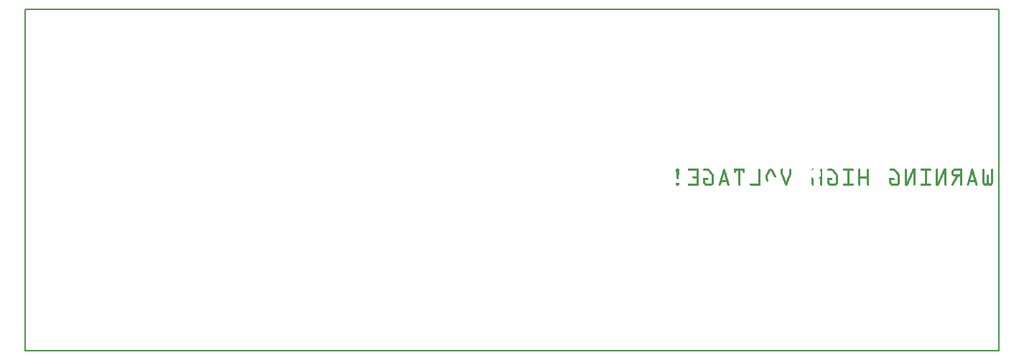
<source format=gbo>
G04 MADE WITH FRITZING*
G04 WWW.FRITZING.ORG*
G04 DOUBLE SIDED*
G04 HOLES PLATED*
G04 CONTOUR ON CENTER OF CONTOUR VECTOR*
%ASAXBY*%
%FSLAX23Y23*%
%MOIN*%
%OFA0B0*%
%SFA1.0B1.0*%
%ADD10R,4.527570X1.594490X4.511570X1.578490*%
%ADD11C,0.008000*%
%ADD12R,0.001000X0.001000*%
%LNSILK0*%
G90*
G70*
G54D11*
X4Y1590D02*
X4524Y1590D01*
X4524Y4D01*
X4Y4D01*
X4Y1590D01*
D02*
G54D12*
X3028Y848D02*
X3036Y848D01*
X3082Y848D02*
X3128Y848D01*
X3154Y848D02*
X3175Y848D01*
X3246Y848D02*
X3250Y848D01*
X3295Y848D02*
X3344Y848D01*
X3410Y848D02*
X3413Y848D01*
X3460Y848D02*
X3467Y848D01*
X3514Y848D02*
X3518Y848D01*
X3554Y848D02*
X3556Y848D01*
X3658Y848D02*
X3662Y848D01*
X3698Y848D02*
X3701Y848D01*
X3730Y848D02*
X3751Y848D01*
X3802Y848D02*
X3845Y848D01*
X3874Y848D02*
X3878Y848D01*
X3914Y848D02*
X3917Y848D01*
X4018Y848D02*
X4039Y848D01*
X4090Y848D02*
X4094Y848D01*
X4124Y848D02*
X4136Y848D01*
X4162Y848D02*
X4205Y848D01*
X4234Y848D02*
X4238Y848D01*
X4268Y848D02*
X4280Y848D01*
X4314Y848D02*
X4352Y848D01*
X4398Y848D02*
X4402Y848D01*
X4450Y848D02*
X4454Y848D01*
X4490Y848D02*
X4493Y848D01*
X3026Y847D02*
X3037Y847D01*
X3081Y847D02*
X3128Y847D01*
X3153Y847D02*
X3177Y847D01*
X3245Y847D02*
X3251Y847D01*
X3295Y847D02*
X3344Y847D01*
X3409Y847D02*
X3415Y847D01*
X3458Y847D02*
X3470Y847D01*
X3513Y847D02*
X3519Y847D01*
X3553Y847D02*
X3556Y847D01*
X3657Y847D02*
X3662Y847D01*
X3697Y847D02*
X3703Y847D01*
X3729Y847D02*
X3753Y847D01*
X3801Y847D02*
X3847Y847D01*
X3873Y847D02*
X3879Y847D01*
X3913Y847D02*
X3919Y847D01*
X4017Y847D02*
X4041Y847D01*
X4089Y847D02*
X4095Y847D01*
X4123Y847D02*
X4136Y847D01*
X4161Y847D02*
X4207Y847D01*
X4233Y847D02*
X4239Y847D01*
X4267Y847D02*
X4280Y847D01*
X4312Y847D02*
X4352Y847D01*
X4397Y847D02*
X4403Y847D01*
X4449Y847D02*
X4455Y847D01*
X4488Y847D02*
X4495Y847D01*
X3025Y846D02*
X3038Y846D01*
X3080Y846D02*
X3128Y846D01*
X3152Y846D02*
X3179Y846D01*
X3244Y846D02*
X3252Y846D01*
X3295Y846D02*
X3344Y846D01*
X3408Y846D02*
X3416Y846D01*
X3457Y846D02*
X3471Y846D01*
X3512Y846D02*
X3520Y846D01*
X3552Y846D02*
X3558Y846D01*
X3656Y846D02*
X3660Y846D01*
X3696Y846D02*
X3703Y846D01*
X3728Y846D02*
X3755Y846D01*
X3800Y846D02*
X3847Y846D01*
X3872Y846D02*
X3880Y846D01*
X3912Y846D02*
X3919Y846D01*
X4016Y846D02*
X4043Y846D01*
X4088Y846D02*
X4096Y846D01*
X4123Y846D02*
X4136Y846D01*
X4160Y846D02*
X4207Y846D01*
X4232Y846D02*
X4240Y846D01*
X4267Y846D02*
X4280Y846D01*
X4310Y846D02*
X4352Y846D01*
X4396Y846D02*
X4404Y846D01*
X4448Y846D02*
X4456Y846D01*
X4488Y846D02*
X4495Y846D01*
X3025Y845D02*
X3039Y845D01*
X3080Y845D02*
X3128Y845D01*
X3152Y845D02*
X3180Y845D01*
X3244Y845D02*
X3252Y845D01*
X3295Y845D02*
X3344Y845D01*
X3407Y845D02*
X3416Y845D01*
X3455Y845D02*
X3472Y845D01*
X3512Y845D02*
X3520Y845D01*
X3551Y845D02*
X3559Y845D01*
X3656Y845D02*
X3658Y845D01*
X3695Y845D02*
X3704Y845D01*
X3728Y845D02*
X3756Y845D01*
X3800Y845D02*
X3848Y845D01*
X3872Y845D02*
X3880Y845D01*
X3911Y845D02*
X3920Y845D01*
X4016Y845D02*
X4044Y845D01*
X4088Y845D02*
X4096Y845D01*
X4122Y845D02*
X4136Y845D01*
X4160Y845D02*
X4208Y845D01*
X4232Y845D02*
X4240Y845D01*
X4266Y845D02*
X4280Y845D01*
X4309Y845D02*
X4352Y845D01*
X4395Y845D02*
X4404Y845D01*
X4448Y845D02*
X4456Y845D01*
X4487Y845D02*
X4496Y845D01*
X3025Y844D02*
X3039Y844D01*
X3080Y844D02*
X3128Y844D01*
X3152Y844D02*
X3181Y844D01*
X3243Y844D02*
X3253Y844D01*
X3295Y844D02*
X3344Y844D01*
X3407Y844D02*
X3416Y844D01*
X3454Y844D02*
X3473Y844D01*
X3511Y844D02*
X3520Y844D01*
X3551Y844D02*
X3560Y844D01*
X3655Y844D02*
X3657Y844D01*
X3695Y844D02*
X3704Y844D01*
X3727Y844D02*
X3757Y844D01*
X3799Y844D02*
X3848Y844D01*
X3871Y844D02*
X3880Y844D01*
X3911Y844D02*
X3920Y844D01*
X4015Y844D02*
X4045Y844D01*
X4087Y844D02*
X4096Y844D01*
X4122Y844D02*
X4136Y844D01*
X4159Y844D02*
X4208Y844D01*
X4231Y844D02*
X4240Y844D01*
X4266Y844D02*
X4280Y844D01*
X4308Y844D02*
X4352Y844D01*
X4395Y844D02*
X4404Y844D01*
X4447Y844D02*
X4456Y844D01*
X4487Y844D02*
X4496Y844D01*
X3025Y843D02*
X3039Y843D01*
X3080Y843D02*
X3128Y843D01*
X3152Y843D02*
X3182Y843D01*
X3243Y843D02*
X3253Y843D01*
X3295Y843D02*
X3344Y843D01*
X3407Y843D02*
X3416Y843D01*
X3454Y843D02*
X3474Y843D01*
X3511Y843D02*
X3521Y843D01*
X3551Y843D02*
X3560Y843D01*
X3655Y843D02*
X3656Y843D01*
X3695Y843D02*
X3704Y843D01*
X3727Y843D02*
X3758Y843D01*
X3799Y843D02*
X3848Y843D01*
X3871Y843D02*
X3880Y843D01*
X3911Y843D02*
X3920Y843D01*
X4015Y843D02*
X4046Y843D01*
X4087Y843D02*
X4096Y843D01*
X4121Y843D02*
X4136Y843D01*
X4159Y843D02*
X4208Y843D01*
X4231Y843D02*
X4240Y843D01*
X4265Y843D02*
X4280Y843D01*
X4307Y843D02*
X4352Y843D01*
X4395Y843D02*
X4405Y843D01*
X4447Y843D02*
X4456Y843D01*
X4487Y843D02*
X4496Y843D01*
X3025Y842D02*
X3039Y842D01*
X3080Y842D02*
X3128Y842D01*
X3152Y842D02*
X3183Y842D01*
X3243Y842D02*
X3253Y842D01*
X3295Y842D02*
X3344Y842D01*
X3407Y842D02*
X3416Y842D01*
X3453Y842D02*
X3475Y842D01*
X3511Y842D02*
X3521Y842D01*
X3551Y842D02*
X3560Y842D01*
X3655Y842D02*
X3655Y842D01*
X3695Y842D02*
X3704Y842D01*
X3728Y842D02*
X3759Y842D01*
X3800Y842D02*
X3848Y842D01*
X3871Y842D02*
X3880Y842D01*
X3911Y842D02*
X3920Y842D01*
X4016Y842D02*
X4047Y842D01*
X4087Y842D02*
X4096Y842D01*
X4121Y842D02*
X4136Y842D01*
X4160Y842D02*
X4208Y842D01*
X4231Y842D02*
X4240Y842D01*
X4265Y842D02*
X4280Y842D01*
X4306Y842D02*
X4352Y842D01*
X4395Y842D02*
X4405Y842D01*
X4447Y842D02*
X4456Y842D01*
X4487Y842D02*
X4496Y842D01*
X3025Y841D02*
X3039Y841D01*
X3080Y841D02*
X3128Y841D01*
X3152Y841D02*
X3184Y841D01*
X3242Y841D02*
X3253Y841D01*
X3295Y841D02*
X3344Y841D01*
X3407Y841D02*
X3416Y841D01*
X3452Y841D02*
X3475Y841D01*
X3511Y841D02*
X3521Y841D01*
X3551Y841D02*
X3560Y841D01*
X3695Y841D02*
X3704Y841D01*
X3728Y841D02*
X3760Y841D01*
X3800Y841D02*
X3847Y841D01*
X3871Y841D02*
X3880Y841D01*
X3911Y841D02*
X3920Y841D01*
X4016Y841D02*
X4048Y841D01*
X4087Y841D02*
X4096Y841D01*
X4120Y841D02*
X4136Y841D01*
X4160Y841D02*
X4207Y841D01*
X4231Y841D02*
X4240Y841D01*
X4264Y841D02*
X4280Y841D01*
X4305Y841D02*
X4352Y841D01*
X4394Y841D02*
X4405Y841D01*
X4447Y841D02*
X4456Y841D01*
X4487Y841D02*
X4496Y841D01*
X3025Y840D02*
X3039Y840D01*
X3081Y840D02*
X3128Y840D01*
X3153Y840D02*
X3185Y840D01*
X3242Y840D02*
X3254Y840D01*
X3295Y840D02*
X3344Y840D01*
X3407Y840D02*
X3416Y840D01*
X3452Y840D02*
X3476Y840D01*
X3511Y840D02*
X3521Y840D01*
X3551Y840D02*
X3560Y840D01*
X3695Y840D02*
X3704Y840D01*
X3729Y840D02*
X3761Y840D01*
X3801Y840D02*
X3847Y840D01*
X3871Y840D02*
X3880Y840D01*
X3911Y840D02*
X3920Y840D01*
X4017Y840D02*
X4049Y840D01*
X4087Y840D02*
X4096Y840D01*
X4120Y840D02*
X4136Y840D01*
X4161Y840D02*
X4207Y840D01*
X4231Y840D02*
X4240Y840D01*
X4264Y840D02*
X4280Y840D01*
X4305Y840D02*
X4352Y840D01*
X4394Y840D02*
X4406Y840D01*
X4447Y840D02*
X4456Y840D01*
X4487Y840D02*
X4496Y840D01*
X3025Y839D02*
X3039Y839D01*
X3083Y839D02*
X3128Y839D01*
X3154Y839D02*
X3185Y839D01*
X3242Y839D02*
X3254Y839D01*
X3295Y839D02*
X3344Y839D01*
X3407Y839D02*
X3416Y839D01*
X3451Y839D02*
X3476Y839D01*
X3511Y839D02*
X3521Y839D01*
X3551Y839D02*
X3560Y839D01*
X3695Y839D02*
X3704Y839D01*
X3730Y839D02*
X3761Y839D01*
X3802Y839D02*
X3845Y839D01*
X3871Y839D02*
X3880Y839D01*
X3911Y839D02*
X3920Y839D01*
X4018Y839D02*
X4049Y839D01*
X4087Y839D02*
X4096Y839D01*
X4120Y839D02*
X4136Y839D01*
X4162Y839D02*
X4205Y839D01*
X4231Y839D02*
X4240Y839D01*
X4264Y839D02*
X4280Y839D01*
X4304Y839D02*
X4352Y839D01*
X4394Y839D02*
X4406Y839D01*
X4447Y839D02*
X4456Y839D01*
X4487Y839D02*
X4496Y839D01*
X3025Y838D02*
X3039Y838D01*
X3119Y838D02*
X3128Y838D01*
X3174Y838D02*
X3186Y838D01*
X3241Y838D02*
X3254Y838D01*
X3295Y838D02*
X3305Y838D01*
X3315Y838D02*
X3324Y838D01*
X3335Y838D02*
X3344Y838D01*
X3407Y838D02*
X3416Y838D01*
X3451Y838D02*
X3462Y838D01*
X3466Y838D02*
X3477Y838D01*
X3511Y838D02*
X3521Y838D01*
X3551Y838D02*
X3560Y838D01*
X3695Y838D02*
X3704Y838D01*
X3750Y838D02*
X3762Y838D01*
X3819Y838D02*
X3828Y838D01*
X3871Y838D02*
X3880Y838D01*
X3911Y838D02*
X3920Y838D01*
X4038Y838D02*
X4050Y838D01*
X4087Y838D02*
X4096Y838D01*
X4119Y838D02*
X4136Y838D01*
X4179Y838D02*
X4188Y838D01*
X4231Y838D02*
X4240Y838D01*
X4263Y838D02*
X4280Y838D01*
X4304Y838D02*
X4315Y838D01*
X4343Y838D02*
X4352Y838D01*
X4393Y838D02*
X4406Y838D01*
X4447Y838D02*
X4456Y838D01*
X4487Y838D02*
X4496Y838D01*
X3025Y837D02*
X3039Y837D01*
X3119Y837D02*
X3128Y837D01*
X3175Y837D02*
X3187Y837D01*
X3241Y837D02*
X3255Y837D01*
X3295Y837D02*
X3305Y837D01*
X3315Y837D02*
X3324Y837D01*
X3335Y837D02*
X3344Y837D01*
X3407Y837D02*
X3416Y837D01*
X3450Y837D02*
X3461Y837D01*
X3467Y837D02*
X3477Y837D01*
X3511Y837D02*
X3521Y837D01*
X3551Y837D02*
X3560Y837D01*
X3695Y837D02*
X3704Y837D01*
X3751Y837D02*
X3763Y837D01*
X3819Y837D02*
X3828Y837D01*
X3871Y837D02*
X3880Y837D01*
X3911Y837D02*
X3920Y837D01*
X4039Y837D02*
X4051Y837D01*
X4087Y837D02*
X4096Y837D01*
X4119Y837D02*
X4136Y837D01*
X4179Y837D02*
X4188Y837D01*
X4231Y837D02*
X4240Y837D01*
X4263Y837D02*
X4280Y837D01*
X4304Y837D02*
X4314Y837D01*
X4343Y837D02*
X4352Y837D01*
X4393Y837D02*
X4406Y837D01*
X4447Y837D02*
X4456Y837D01*
X4487Y837D02*
X4496Y837D01*
X3025Y836D02*
X3038Y836D01*
X3119Y836D02*
X3128Y836D01*
X3176Y836D02*
X3188Y836D01*
X3241Y836D02*
X3255Y836D01*
X3295Y836D02*
X3305Y836D01*
X3315Y836D02*
X3324Y836D01*
X3335Y836D02*
X3344Y836D01*
X3407Y836D02*
X3416Y836D01*
X3450Y836D02*
X3460Y836D01*
X3467Y836D02*
X3478Y836D01*
X3511Y836D02*
X3521Y836D01*
X3551Y836D02*
X3560Y836D01*
X3695Y836D02*
X3704Y836D01*
X3752Y836D02*
X3764Y836D01*
X3819Y836D02*
X3828Y836D01*
X3871Y836D02*
X3880Y836D01*
X3911Y836D02*
X3920Y836D01*
X4040Y836D02*
X4052Y836D01*
X4087Y836D02*
X4096Y836D01*
X4118Y836D02*
X4136Y836D01*
X4179Y836D02*
X4188Y836D01*
X4231Y836D02*
X4240Y836D01*
X4262Y836D02*
X4280Y836D01*
X4304Y836D02*
X4313Y836D01*
X4343Y836D02*
X4352Y836D01*
X4393Y836D02*
X4407Y836D01*
X4447Y836D02*
X4456Y836D01*
X4487Y836D02*
X4496Y836D01*
X3025Y835D02*
X3038Y835D01*
X3119Y835D02*
X3128Y835D01*
X3177Y835D02*
X3188Y835D01*
X3241Y835D02*
X3255Y835D01*
X3295Y835D02*
X3304Y835D01*
X3315Y835D02*
X3324Y835D01*
X3335Y835D02*
X3344Y835D01*
X3407Y835D02*
X3416Y835D01*
X3449Y835D02*
X3460Y835D01*
X3468Y835D02*
X3478Y835D01*
X3511Y835D02*
X3521Y835D01*
X3551Y835D02*
X3560Y835D01*
X3696Y835D02*
X3704Y835D01*
X3753Y835D02*
X3764Y835D01*
X3819Y835D02*
X3828Y835D01*
X3871Y835D02*
X3880Y835D01*
X3911Y835D02*
X3920Y835D01*
X4041Y835D02*
X4052Y835D01*
X4087Y835D02*
X4096Y835D01*
X4118Y835D02*
X4136Y835D01*
X4179Y835D02*
X4188Y835D01*
X4231Y835D02*
X4240Y835D01*
X4262Y835D02*
X4280Y835D01*
X4303Y835D02*
X4313Y835D01*
X4343Y835D02*
X4352Y835D01*
X4392Y835D02*
X4407Y835D01*
X4447Y835D02*
X4456Y835D01*
X4487Y835D02*
X4496Y835D01*
X3025Y834D02*
X3038Y834D01*
X3119Y834D02*
X3128Y834D01*
X3177Y834D02*
X3189Y834D01*
X3240Y834D02*
X3255Y834D01*
X3296Y834D02*
X3304Y834D01*
X3315Y834D02*
X3324Y834D01*
X3335Y834D02*
X3344Y834D01*
X3407Y834D02*
X3416Y834D01*
X3449Y834D02*
X3459Y834D01*
X3468Y834D02*
X3479Y834D01*
X3511Y834D02*
X3521Y834D01*
X3551Y834D02*
X3560Y834D01*
X3696Y834D02*
X3704Y834D01*
X3753Y834D02*
X3765Y834D01*
X3819Y834D02*
X3828Y834D01*
X3871Y834D02*
X3880Y834D01*
X3911Y834D02*
X3920Y834D01*
X4041Y834D02*
X4053Y834D01*
X4087Y834D02*
X4096Y834D01*
X4117Y834D02*
X4136Y834D01*
X4179Y834D02*
X4188Y834D01*
X4231Y834D02*
X4240Y834D01*
X4261Y834D02*
X4280Y834D01*
X4303Y834D02*
X4313Y834D01*
X4343Y834D02*
X4352Y834D01*
X4392Y834D02*
X4407Y834D01*
X4447Y834D02*
X4456Y834D01*
X4487Y834D02*
X4496Y834D01*
X3026Y833D02*
X3038Y833D01*
X3119Y833D02*
X3128Y833D01*
X3178Y833D02*
X3190Y833D01*
X3240Y833D02*
X3256Y833D01*
X3296Y833D02*
X3304Y833D01*
X3315Y833D02*
X3324Y833D01*
X3336Y833D02*
X3344Y833D01*
X3407Y833D02*
X3416Y833D01*
X3448Y833D02*
X3459Y833D01*
X3469Y833D02*
X3479Y833D01*
X3511Y833D02*
X3521Y833D01*
X3551Y833D02*
X3560Y833D01*
X3696Y833D02*
X3704Y833D01*
X3754Y833D02*
X3766Y833D01*
X3819Y833D02*
X3828Y833D01*
X3871Y833D02*
X3880Y833D01*
X3911Y833D02*
X3920Y833D01*
X4042Y833D02*
X4054Y833D01*
X4087Y833D02*
X4096Y833D01*
X4117Y833D02*
X4136Y833D01*
X4179Y833D02*
X4188Y833D01*
X4231Y833D02*
X4240Y833D01*
X4261Y833D02*
X4280Y833D01*
X4303Y833D02*
X4312Y833D01*
X4343Y833D02*
X4352Y833D01*
X4392Y833D02*
X4408Y833D01*
X4447Y833D02*
X4456Y833D01*
X4487Y833D02*
X4496Y833D01*
X3026Y832D02*
X3038Y832D01*
X3119Y832D02*
X3128Y832D01*
X3179Y832D02*
X3191Y832D01*
X3240Y832D02*
X3256Y832D01*
X3297Y832D02*
X3303Y832D01*
X3315Y832D02*
X3324Y832D01*
X3336Y832D02*
X3343Y832D01*
X3407Y832D02*
X3416Y832D01*
X3448Y832D02*
X3458Y832D01*
X3469Y832D02*
X3480Y832D01*
X3511Y832D02*
X3521Y832D01*
X3551Y832D02*
X3560Y832D01*
X3697Y832D02*
X3704Y832D01*
X3755Y832D02*
X3767Y832D01*
X3819Y832D02*
X3828Y832D01*
X3871Y832D02*
X3880Y832D01*
X3911Y832D02*
X3920Y832D01*
X4043Y832D02*
X4055Y832D01*
X4087Y832D02*
X4096Y832D01*
X4117Y832D02*
X4136Y832D01*
X4179Y832D02*
X4188Y832D01*
X4231Y832D02*
X4240Y832D01*
X4261Y832D02*
X4280Y832D01*
X4303Y832D02*
X4312Y832D01*
X4343Y832D02*
X4352Y832D01*
X4392Y832D02*
X4408Y832D01*
X4447Y832D02*
X4456Y832D01*
X4487Y832D02*
X4496Y832D01*
X3026Y831D02*
X3038Y831D01*
X3119Y831D02*
X3128Y831D01*
X3180Y831D02*
X3192Y831D01*
X3239Y831D02*
X3256Y831D01*
X3298Y831D02*
X3302Y831D01*
X3315Y831D02*
X3324Y831D01*
X3337Y831D02*
X3342Y831D01*
X3407Y831D02*
X3416Y831D01*
X3447Y831D02*
X3458Y831D01*
X3470Y831D02*
X3480Y831D01*
X3511Y831D02*
X3521Y831D01*
X3551Y831D02*
X3560Y831D01*
X3697Y831D02*
X3704Y831D01*
X3756Y831D02*
X3768Y831D01*
X3819Y831D02*
X3828Y831D01*
X3871Y831D02*
X3880Y831D01*
X3911Y831D02*
X3920Y831D01*
X4044Y831D02*
X4055Y831D01*
X4087Y831D02*
X4096Y831D01*
X4116Y831D02*
X4136Y831D01*
X4179Y831D02*
X4188Y831D01*
X4231Y831D02*
X4240Y831D01*
X4260Y831D02*
X4280Y831D01*
X4303Y831D02*
X4312Y831D01*
X4343Y831D02*
X4352Y831D01*
X4391Y831D02*
X4408Y831D01*
X4447Y831D02*
X4456Y831D01*
X4487Y831D02*
X4496Y831D01*
X3026Y830D02*
X3038Y830D01*
X3119Y830D02*
X3128Y830D01*
X3181Y830D02*
X3192Y830D01*
X3239Y830D02*
X3257Y830D01*
X3315Y830D02*
X3324Y830D01*
X3407Y830D02*
X3416Y830D01*
X3447Y830D02*
X3457Y830D01*
X3470Y830D02*
X3481Y830D01*
X3511Y830D02*
X3521Y830D01*
X3551Y830D02*
X3560Y830D01*
X3697Y830D02*
X3704Y830D01*
X3756Y830D02*
X3768Y830D01*
X3819Y830D02*
X3828Y830D01*
X3871Y830D02*
X3880Y830D01*
X3911Y830D02*
X3920Y830D01*
X4044Y830D02*
X4056Y830D01*
X4087Y830D02*
X4096Y830D01*
X4116Y830D02*
X4136Y830D01*
X4179Y830D02*
X4188Y830D01*
X4231Y830D02*
X4240Y830D01*
X4260Y830D02*
X4280Y830D01*
X4303Y830D02*
X4312Y830D01*
X4343Y830D02*
X4352Y830D01*
X4391Y830D02*
X4408Y830D01*
X4447Y830D02*
X4456Y830D01*
X4487Y830D02*
X4496Y830D01*
X3026Y829D02*
X3038Y829D01*
X3119Y829D02*
X3128Y829D01*
X3181Y829D02*
X3193Y829D01*
X3239Y829D02*
X3257Y829D01*
X3315Y829D02*
X3324Y829D01*
X3407Y829D02*
X3416Y829D01*
X3446Y829D02*
X3457Y829D01*
X3471Y829D02*
X3481Y829D01*
X3511Y829D02*
X3521Y829D01*
X3551Y829D02*
X3560Y829D01*
X3698Y829D02*
X3704Y829D01*
X3757Y829D02*
X3769Y829D01*
X3819Y829D02*
X3828Y829D01*
X3871Y829D02*
X3880Y829D01*
X3911Y829D02*
X3920Y829D01*
X4045Y829D02*
X4057Y829D01*
X4087Y829D02*
X4096Y829D01*
X4115Y829D02*
X4125Y829D01*
X4127Y829D02*
X4136Y829D01*
X4179Y829D02*
X4188Y829D01*
X4231Y829D02*
X4240Y829D01*
X4259Y829D02*
X4269Y829D01*
X4271Y829D02*
X4280Y829D01*
X4303Y829D02*
X4312Y829D01*
X4343Y829D02*
X4352Y829D01*
X4391Y829D02*
X4409Y829D01*
X4447Y829D02*
X4456Y829D01*
X4487Y829D02*
X4496Y829D01*
X3026Y828D02*
X3038Y828D01*
X3119Y828D02*
X3128Y828D01*
X3182Y828D02*
X3194Y828D01*
X3239Y828D02*
X3257Y828D01*
X3315Y828D02*
X3324Y828D01*
X3407Y828D02*
X3416Y828D01*
X3446Y828D02*
X3456Y828D01*
X3471Y828D02*
X3482Y828D01*
X3511Y828D02*
X3521Y828D01*
X3551Y828D02*
X3560Y828D01*
X3698Y828D02*
X3704Y828D01*
X3758Y828D02*
X3770Y828D01*
X3819Y828D02*
X3828Y828D01*
X3871Y828D02*
X3880Y828D01*
X3911Y828D02*
X3920Y828D01*
X4046Y828D02*
X4058Y828D01*
X4087Y828D02*
X4096Y828D01*
X4115Y828D02*
X4125Y828D01*
X4127Y828D02*
X4136Y828D01*
X4179Y828D02*
X4188Y828D01*
X4231Y828D02*
X4240Y828D01*
X4259Y828D02*
X4269Y828D01*
X4271Y828D02*
X4280Y828D01*
X4303Y828D02*
X4312Y828D01*
X4343Y828D02*
X4352Y828D01*
X4390Y828D02*
X4409Y828D01*
X4447Y828D02*
X4456Y828D01*
X4487Y828D02*
X4496Y828D01*
X3026Y827D02*
X3038Y827D01*
X3119Y827D02*
X3128Y827D01*
X3183Y827D02*
X3195Y827D01*
X3238Y827D02*
X3258Y827D01*
X3315Y827D02*
X3324Y827D01*
X3407Y827D02*
X3416Y827D01*
X3445Y827D02*
X3456Y827D01*
X3472Y827D02*
X3482Y827D01*
X3511Y827D02*
X3521Y827D01*
X3551Y827D02*
X3560Y827D01*
X3698Y827D02*
X3704Y827D01*
X3759Y827D02*
X3771Y827D01*
X3819Y827D02*
X3828Y827D01*
X3871Y827D02*
X3880Y827D01*
X3911Y827D02*
X3920Y827D01*
X4047Y827D02*
X4059Y827D01*
X4087Y827D02*
X4096Y827D01*
X4114Y827D02*
X4124Y827D01*
X4127Y827D02*
X4136Y827D01*
X4179Y827D02*
X4188Y827D01*
X4231Y827D02*
X4240Y827D01*
X4258Y827D02*
X4268Y827D01*
X4271Y827D02*
X4280Y827D01*
X4303Y827D02*
X4313Y827D01*
X4343Y827D02*
X4352Y827D01*
X4390Y827D02*
X4409Y827D01*
X4447Y827D02*
X4456Y827D01*
X4487Y827D02*
X4496Y827D01*
X3026Y826D02*
X3038Y826D01*
X3119Y826D02*
X3128Y826D01*
X3184Y826D02*
X3195Y826D01*
X3238Y826D02*
X3258Y826D01*
X3315Y826D02*
X3324Y826D01*
X3407Y826D02*
X3416Y826D01*
X3445Y826D02*
X3455Y826D01*
X3472Y826D02*
X3483Y826D01*
X3511Y826D02*
X3521Y826D01*
X3550Y826D02*
X3560Y826D01*
X3698Y826D02*
X3704Y826D01*
X3760Y826D02*
X3771Y826D01*
X3819Y826D02*
X3828Y826D01*
X3871Y826D02*
X3880Y826D01*
X3911Y826D02*
X3920Y826D01*
X4048Y826D02*
X4059Y826D01*
X4087Y826D02*
X4096Y826D01*
X4114Y826D02*
X4124Y826D01*
X4127Y826D02*
X4136Y826D01*
X4179Y826D02*
X4188Y826D01*
X4231Y826D02*
X4240Y826D01*
X4258Y826D02*
X4268Y826D01*
X4271Y826D02*
X4280Y826D01*
X4304Y826D02*
X4313Y826D01*
X4343Y826D02*
X4352Y826D01*
X4390Y826D02*
X4410Y826D01*
X4447Y826D02*
X4456Y826D01*
X4487Y826D02*
X4496Y826D01*
X3026Y825D02*
X3038Y825D01*
X3119Y825D02*
X3128Y825D01*
X3184Y825D02*
X3196Y825D01*
X3238Y825D02*
X3258Y825D01*
X3315Y825D02*
X3324Y825D01*
X3407Y825D02*
X3416Y825D01*
X3444Y825D02*
X3455Y825D01*
X3473Y825D02*
X3483Y825D01*
X3512Y825D02*
X3521Y825D01*
X3550Y825D02*
X3560Y825D01*
X3698Y825D02*
X3704Y825D01*
X3760Y825D02*
X3772Y825D01*
X3819Y825D02*
X3828Y825D01*
X3871Y825D02*
X3880Y825D01*
X3911Y825D02*
X3920Y825D01*
X4048Y825D02*
X4060Y825D01*
X4087Y825D02*
X4096Y825D01*
X4113Y825D02*
X4124Y825D01*
X4127Y825D02*
X4136Y825D01*
X4179Y825D02*
X4188Y825D01*
X4231Y825D02*
X4240Y825D01*
X4257Y825D02*
X4268Y825D01*
X4271Y825D02*
X4280Y825D01*
X4304Y825D02*
X4314Y825D01*
X4343Y825D02*
X4352Y825D01*
X4390Y825D02*
X4410Y825D01*
X4447Y825D02*
X4456Y825D01*
X4487Y825D02*
X4496Y825D01*
X3026Y824D02*
X3038Y824D01*
X3119Y824D02*
X3128Y824D01*
X3185Y824D02*
X3197Y824D01*
X3237Y824D02*
X3247Y824D01*
X3249Y824D02*
X3258Y824D01*
X3315Y824D02*
X3324Y824D01*
X3407Y824D02*
X3416Y824D01*
X3444Y824D02*
X3454Y824D01*
X3473Y824D02*
X3484Y824D01*
X3512Y824D02*
X3522Y824D01*
X3550Y824D02*
X3560Y824D01*
X3698Y824D02*
X3704Y824D01*
X3761Y824D02*
X3773Y824D01*
X3819Y824D02*
X3828Y824D01*
X3871Y824D02*
X3880Y824D01*
X3911Y824D02*
X3920Y824D01*
X4049Y824D02*
X4061Y824D01*
X4087Y824D02*
X4096Y824D01*
X4113Y824D02*
X4123Y824D01*
X4127Y824D02*
X4136Y824D01*
X4179Y824D02*
X4188Y824D01*
X4231Y824D02*
X4240Y824D01*
X4257Y824D02*
X4267Y824D01*
X4271Y824D02*
X4280Y824D01*
X4304Y824D02*
X4315Y824D01*
X4343Y824D02*
X4352Y824D01*
X4389Y824D02*
X4399Y824D01*
X4401Y824D02*
X4410Y824D01*
X4447Y824D02*
X4456Y824D01*
X4487Y824D02*
X4496Y824D01*
X3026Y823D02*
X3038Y823D01*
X3119Y823D02*
X3128Y823D01*
X3186Y823D02*
X3197Y823D01*
X3237Y823D02*
X3247Y823D01*
X3249Y823D02*
X3259Y823D01*
X3315Y823D02*
X3324Y823D01*
X3407Y823D02*
X3416Y823D01*
X3443Y823D02*
X3454Y823D01*
X3474Y823D02*
X3484Y823D01*
X3512Y823D02*
X3522Y823D01*
X3549Y823D02*
X3559Y823D01*
X3698Y823D02*
X3704Y823D01*
X3762Y823D02*
X3773Y823D01*
X3819Y823D02*
X3828Y823D01*
X3871Y823D02*
X3880Y823D01*
X3911Y823D02*
X3920Y823D01*
X4050Y823D02*
X4061Y823D01*
X4087Y823D02*
X4096Y823D01*
X4113Y823D02*
X4123Y823D01*
X4127Y823D02*
X4136Y823D01*
X4179Y823D02*
X4188Y823D01*
X4231Y823D02*
X4240Y823D01*
X4257Y823D02*
X4267Y823D01*
X4271Y823D02*
X4280Y823D01*
X4304Y823D02*
X4352Y823D01*
X4389Y823D02*
X4399Y823D01*
X4401Y823D02*
X4411Y823D01*
X4447Y823D02*
X4456Y823D01*
X4472Y823D02*
X4472Y823D01*
X4487Y823D02*
X4496Y823D01*
X3026Y822D02*
X3038Y822D01*
X3119Y822D02*
X3128Y822D01*
X3187Y822D02*
X3198Y822D01*
X3237Y822D02*
X3246Y822D01*
X3249Y822D02*
X3259Y822D01*
X3315Y822D02*
X3324Y822D01*
X3407Y822D02*
X3416Y822D01*
X3443Y822D02*
X3453Y822D01*
X3474Y822D02*
X3485Y822D01*
X3513Y822D02*
X3523Y822D01*
X3549Y822D02*
X3559Y822D01*
X3698Y822D02*
X3704Y822D01*
X3763Y822D02*
X3774Y822D01*
X3819Y822D02*
X3828Y822D01*
X3871Y822D02*
X3880Y822D01*
X3911Y822D02*
X3920Y822D01*
X4051Y822D02*
X4062Y822D01*
X4087Y822D02*
X4096Y822D01*
X4112Y822D02*
X4122Y822D01*
X4127Y822D02*
X4136Y822D01*
X4179Y822D02*
X4188Y822D01*
X4231Y822D02*
X4240Y822D01*
X4256Y822D02*
X4266Y822D01*
X4271Y822D02*
X4280Y822D01*
X4305Y822D02*
X4352Y822D01*
X4389Y822D02*
X4398Y822D01*
X4401Y822D02*
X4411Y822D01*
X4447Y822D02*
X4456Y822D01*
X4469Y822D02*
X4474Y822D01*
X4487Y822D02*
X4496Y822D01*
X3026Y821D02*
X3037Y821D01*
X3119Y821D02*
X3128Y821D01*
X3188Y821D02*
X3198Y821D01*
X3237Y821D02*
X3246Y821D01*
X3250Y821D02*
X3259Y821D01*
X3315Y821D02*
X3324Y821D01*
X3407Y821D02*
X3416Y821D01*
X3442Y821D02*
X3453Y821D01*
X3475Y821D02*
X3485Y821D01*
X3513Y821D02*
X3523Y821D01*
X3549Y821D02*
X3558Y821D01*
X3698Y821D02*
X3704Y821D01*
X3763Y821D02*
X3774Y821D01*
X3819Y821D02*
X3828Y821D01*
X3871Y821D02*
X3880Y821D01*
X3911Y821D02*
X3920Y821D01*
X4051Y821D02*
X4062Y821D01*
X4087Y821D02*
X4096Y821D01*
X4112Y821D02*
X4122Y821D01*
X4127Y821D02*
X4136Y821D01*
X4179Y821D02*
X4188Y821D01*
X4231Y821D02*
X4240Y821D01*
X4256Y821D02*
X4266Y821D01*
X4271Y821D02*
X4280Y821D01*
X4305Y821D02*
X4352Y821D01*
X4388Y821D02*
X4398Y821D01*
X4402Y821D02*
X4411Y821D01*
X4447Y821D02*
X4456Y821D01*
X4468Y821D02*
X4475Y821D01*
X4487Y821D02*
X4496Y821D01*
X3026Y820D02*
X3037Y820D01*
X3119Y820D02*
X3128Y820D01*
X3188Y820D02*
X3199Y820D01*
X3236Y820D02*
X3246Y820D01*
X3250Y820D02*
X3260Y820D01*
X3315Y820D02*
X3324Y820D01*
X3407Y820D02*
X3416Y820D01*
X3442Y820D02*
X3452Y820D01*
X3475Y820D02*
X3486Y820D01*
X3514Y820D02*
X3523Y820D01*
X3548Y820D02*
X3558Y820D01*
X3697Y820D02*
X3704Y820D01*
X3764Y820D02*
X3775Y820D01*
X3819Y820D02*
X3828Y820D01*
X3871Y820D02*
X3880Y820D01*
X3911Y820D02*
X3920Y820D01*
X4052Y820D02*
X4063Y820D01*
X4087Y820D02*
X4096Y820D01*
X4111Y820D02*
X4121Y820D01*
X4127Y820D02*
X4136Y820D01*
X4179Y820D02*
X4188Y820D01*
X4231Y820D02*
X4240Y820D01*
X4255Y820D02*
X4265Y820D01*
X4271Y820D02*
X4280Y820D01*
X4306Y820D02*
X4352Y820D01*
X4388Y820D02*
X4398Y820D01*
X4402Y820D02*
X4411Y820D01*
X4447Y820D02*
X4456Y820D01*
X4468Y820D02*
X4476Y820D01*
X4487Y820D02*
X4496Y820D01*
X3026Y819D02*
X3037Y819D01*
X3119Y819D02*
X3128Y819D01*
X3189Y819D02*
X3199Y819D01*
X3236Y819D02*
X3246Y819D01*
X3250Y819D02*
X3260Y819D01*
X3315Y819D02*
X3324Y819D01*
X3407Y819D02*
X3416Y819D01*
X3442Y819D02*
X3452Y819D01*
X3476Y819D02*
X3486Y819D01*
X3514Y819D02*
X3524Y819D01*
X3548Y819D02*
X3558Y819D01*
X3697Y819D02*
X3704Y819D01*
X3765Y819D02*
X3775Y819D01*
X3819Y819D02*
X3828Y819D01*
X3871Y819D02*
X3880Y819D01*
X3911Y819D02*
X3920Y819D01*
X4053Y819D02*
X4063Y819D01*
X4087Y819D02*
X4096Y819D01*
X4111Y819D02*
X4121Y819D01*
X4127Y819D02*
X4136Y819D01*
X4179Y819D02*
X4188Y819D01*
X4231Y819D02*
X4240Y819D01*
X4255Y819D02*
X4265Y819D01*
X4271Y819D02*
X4280Y819D01*
X4307Y819D02*
X4352Y819D01*
X4388Y819D02*
X4397Y819D01*
X4402Y819D02*
X4412Y819D01*
X4447Y819D02*
X4456Y819D01*
X4467Y819D02*
X4476Y819D01*
X4487Y819D02*
X4496Y819D01*
X3027Y818D02*
X3037Y818D01*
X3119Y818D02*
X3128Y818D01*
X3190Y818D02*
X3200Y818D01*
X3236Y818D02*
X3245Y818D01*
X3251Y818D02*
X3260Y818D01*
X3315Y818D02*
X3324Y818D01*
X3407Y818D02*
X3416Y818D01*
X3441Y818D02*
X3451Y818D01*
X3477Y818D02*
X3487Y818D01*
X3514Y818D02*
X3524Y818D01*
X3547Y818D02*
X3557Y818D01*
X3697Y818D02*
X3704Y818D01*
X3766Y818D02*
X3775Y818D01*
X3819Y818D02*
X3828Y818D01*
X3871Y818D02*
X3880Y818D01*
X3911Y818D02*
X3920Y818D01*
X4054Y818D02*
X4063Y818D01*
X4087Y818D02*
X4096Y818D01*
X4110Y818D02*
X4121Y818D01*
X4127Y818D02*
X4136Y818D01*
X4179Y818D02*
X4188Y818D01*
X4231Y818D02*
X4240Y818D01*
X4254Y818D02*
X4264Y818D01*
X4271Y818D02*
X4280Y818D01*
X4307Y818D02*
X4352Y818D01*
X4388Y818D02*
X4397Y818D01*
X4402Y818D02*
X4412Y818D01*
X4447Y818D02*
X4456Y818D01*
X4467Y818D02*
X4476Y818D01*
X4487Y818D02*
X4496Y818D01*
X3027Y817D02*
X3037Y817D01*
X3119Y817D02*
X3128Y817D01*
X3190Y817D02*
X3200Y817D01*
X3235Y817D02*
X3245Y817D01*
X3251Y817D02*
X3260Y817D01*
X3315Y817D02*
X3324Y817D01*
X3407Y817D02*
X3416Y817D01*
X3441Y817D02*
X3451Y817D01*
X3477Y817D02*
X3487Y817D01*
X3515Y817D02*
X3525Y817D01*
X3547Y817D02*
X3557Y817D01*
X3696Y817D02*
X3704Y817D01*
X3766Y817D02*
X3776Y817D01*
X3819Y817D02*
X3828Y817D01*
X3871Y817D02*
X3880Y817D01*
X3911Y817D02*
X3920Y817D01*
X4054Y817D02*
X4064Y817D01*
X4087Y817D02*
X4096Y817D01*
X4110Y817D02*
X4120Y817D01*
X4127Y817D02*
X4136Y817D01*
X4179Y817D02*
X4188Y817D01*
X4231Y817D02*
X4240Y817D01*
X4254Y817D02*
X4264Y817D01*
X4271Y817D02*
X4280Y817D01*
X4308Y817D02*
X4352Y817D01*
X4387Y817D02*
X4397Y817D01*
X4403Y817D02*
X4412Y817D01*
X4447Y817D02*
X4456Y817D01*
X4467Y817D02*
X4476Y817D01*
X4487Y817D02*
X4496Y817D01*
X3027Y816D02*
X3037Y816D01*
X3119Y816D02*
X3128Y816D01*
X3191Y816D02*
X3200Y816D01*
X3235Y816D02*
X3245Y816D01*
X3251Y816D02*
X3261Y816D01*
X3315Y816D02*
X3324Y816D01*
X3407Y816D02*
X3416Y816D01*
X3440Y816D02*
X3450Y816D01*
X3478Y816D02*
X3487Y816D01*
X3515Y816D02*
X3525Y816D01*
X3547Y816D02*
X3557Y816D01*
X3696Y816D02*
X3704Y816D01*
X3767Y816D02*
X3776Y816D01*
X3819Y816D02*
X3828Y816D01*
X3871Y816D02*
X3880Y816D01*
X3911Y816D02*
X3920Y816D01*
X4055Y816D02*
X4064Y816D01*
X4087Y816D02*
X4096Y816D01*
X4110Y816D02*
X4120Y816D01*
X4127Y816D02*
X4136Y816D01*
X4179Y816D02*
X4188Y816D01*
X4231Y816D02*
X4240Y816D01*
X4254Y816D02*
X4264Y816D01*
X4271Y816D02*
X4280Y816D01*
X4310Y816D02*
X4352Y816D01*
X4387Y816D02*
X4396Y816D01*
X4403Y816D02*
X4413Y816D01*
X4447Y816D02*
X4456Y816D01*
X4467Y816D02*
X4476Y816D01*
X4487Y816D02*
X4496Y816D01*
X3027Y815D02*
X3037Y815D01*
X3119Y815D02*
X3128Y815D01*
X3191Y815D02*
X3200Y815D01*
X3235Y815D02*
X3244Y815D01*
X3251Y815D02*
X3261Y815D01*
X3315Y815D02*
X3324Y815D01*
X3407Y815D02*
X3416Y815D01*
X3440Y815D02*
X3450Y815D01*
X3478Y815D02*
X3488Y815D01*
X3516Y815D02*
X3525Y815D01*
X3546Y815D02*
X3556Y815D01*
X3696Y815D02*
X3704Y815D01*
X3767Y815D02*
X3776Y815D01*
X3819Y815D02*
X3828Y815D01*
X3871Y815D02*
X3881Y815D01*
X3911Y815D02*
X3920Y815D01*
X4055Y815D02*
X4064Y815D01*
X4087Y815D02*
X4096Y815D01*
X4109Y815D02*
X4119Y815D01*
X4127Y815D02*
X4136Y815D01*
X4179Y815D02*
X4188Y815D01*
X4231Y815D02*
X4240Y815D01*
X4253Y815D02*
X4263Y815D01*
X4271Y815D02*
X4280Y815D01*
X4311Y815D02*
X4352Y815D01*
X4387Y815D02*
X4396Y815D01*
X4403Y815D02*
X4413Y815D01*
X4447Y815D02*
X4456Y815D01*
X4467Y815D02*
X4476Y815D01*
X4487Y815D02*
X4496Y815D01*
X3027Y814D02*
X3037Y814D01*
X3102Y814D02*
X3128Y814D01*
X3191Y814D02*
X3200Y814D01*
X3234Y814D02*
X3244Y814D01*
X3252Y814D02*
X3261Y814D01*
X3315Y814D02*
X3324Y814D01*
X3407Y814D02*
X3416Y814D01*
X3440Y814D02*
X3449Y814D01*
X3478Y814D02*
X3488Y814D01*
X3516Y814D02*
X3526Y814D01*
X3546Y814D02*
X3556Y814D01*
X3695Y814D02*
X3704Y814D01*
X3767Y814D02*
X3776Y814D01*
X3819Y814D02*
X3828Y814D01*
X3871Y814D02*
X3920Y814D01*
X4055Y814D02*
X4064Y814D01*
X4087Y814D02*
X4096Y814D01*
X4109Y814D02*
X4119Y814D01*
X4127Y814D02*
X4136Y814D01*
X4179Y814D02*
X4188Y814D01*
X4231Y814D02*
X4240Y814D01*
X4253Y814D02*
X4263Y814D01*
X4271Y814D02*
X4280Y814D01*
X4313Y814D02*
X4352Y814D01*
X4386Y814D02*
X4396Y814D01*
X4404Y814D02*
X4413Y814D01*
X4447Y814D02*
X4456Y814D01*
X4467Y814D02*
X4476Y814D01*
X4487Y814D02*
X4496Y814D01*
X3027Y813D02*
X3037Y813D01*
X3101Y813D02*
X3128Y813D01*
X3191Y813D02*
X3200Y813D01*
X3234Y813D02*
X3244Y813D01*
X3252Y813D02*
X3262Y813D01*
X3315Y813D02*
X3324Y813D01*
X3407Y813D02*
X3416Y813D01*
X3440Y813D02*
X3449Y813D01*
X3479Y813D02*
X3488Y813D01*
X3516Y813D02*
X3526Y813D01*
X3545Y813D02*
X3555Y813D01*
X3695Y813D02*
X3704Y813D01*
X3767Y813D02*
X3776Y813D01*
X3819Y813D02*
X3828Y813D01*
X3871Y813D02*
X3920Y813D01*
X4055Y813D02*
X4064Y813D01*
X4087Y813D02*
X4096Y813D01*
X4108Y813D02*
X4118Y813D01*
X4127Y813D02*
X4136Y813D01*
X4179Y813D02*
X4188Y813D01*
X4231Y813D02*
X4240Y813D01*
X4252Y813D02*
X4262Y813D01*
X4271Y813D02*
X4280Y813D01*
X4324Y813D02*
X4335Y813D01*
X4343Y813D02*
X4352Y813D01*
X4386Y813D02*
X4396Y813D01*
X4404Y813D02*
X4413Y813D01*
X4447Y813D02*
X4456Y813D01*
X4467Y813D02*
X4476Y813D01*
X4487Y813D02*
X4496Y813D01*
X3027Y812D02*
X3037Y812D01*
X3100Y812D02*
X3128Y812D01*
X3191Y812D02*
X3200Y812D01*
X3234Y812D02*
X3243Y812D01*
X3252Y812D02*
X3262Y812D01*
X3315Y812D02*
X3324Y812D01*
X3407Y812D02*
X3416Y812D01*
X3440Y812D02*
X3449Y812D01*
X3479Y812D02*
X3488Y812D01*
X3517Y812D02*
X3527Y812D01*
X3545Y812D02*
X3555Y812D01*
X3694Y812D02*
X3704Y812D01*
X3767Y812D02*
X3776Y812D01*
X3819Y812D02*
X3828Y812D01*
X3871Y812D02*
X3920Y812D01*
X4055Y812D02*
X4064Y812D01*
X4087Y812D02*
X4096Y812D01*
X4108Y812D02*
X4118Y812D01*
X4127Y812D02*
X4136Y812D01*
X4179Y812D02*
X4188Y812D01*
X4231Y812D02*
X4240Y812D01*
X4252Y812D02*
X4262Y812D01*
X4271Y812D02*
X4280Y812D01*
X4324Y812D02*
X4335Y812D01*
X4343Y812D02*
X4352Y812D01*
X4386Y812D02*
X4395Y812D01*
X4404Y812D02*
X4414Y812D01*
X4447Y812D02*
X4456Y812D01*
X4467Y812D02*
X4476Y812D01*
X4487Y812D02*
X4496Y812D01*
X3027Y811D02*
X3037Y811D01*
X3100Y811D02*
X3128Y811D01*
X3191Y811D02*
X3200Y811D01*
X3234Y811D02*
X3243Y811D01*
X3253Y811D02*
X3262Y811D01*
X3315Y811D02*
X3324Y811D01*
X3407Y811D02*
X3416Y811D01*
X3440Y811D02*
X3449Y811D01*
X3479Y811D02*
X3488Y811D01*
X3517Y811D02*
X3527Y811D01*
X3545Y811D02*
X3555Y811D01*
X3694Y811D02*
X3704Y811D01*
X3767Y811D02*
X3776Y811D01*
X3819Y811D02*
X3828Y811D01*
X3871Y811D02*
X3920Y811D01*
X4055Y811D02*
X4064Y811D01*
X4087Y811D02*
X4096Y811D01*
X4107Y811D02*
X4117Y811D01*
X4127Y811D02*
X4136Y811D01*
X4179Y811D02*
X4188Y811D01*
X4231Y811D02*
X4240Y811D01*
X4251Y811D02*
X4261Y811D01*
X4271Y811D02*
X4280Y811D01*
X4323Y811D02*
X4334Y811D01*
X4343Y811D02*
X4352Y811D01*
X4385Y811D02*
X4395Y811D01*
X4405Y811D02*
X4414Y811D01*
X4447Y811D02*
X4456Y811D01*
X4467Y811D02*
X4476Y811D01*
X4487Y811D02*
X4496Y811D01*
X3027Y810D02*
X3037Y810D01*
X3099Y810D02*
X3128Y810D01*
X3191Y810D02*
X3200Y810D01*
X3233Y810D02*
X3243Y810D01*
X3253Y810D02*
X3262Y810D01*
X3315Y810D02*
X3324Y810D01*
X3407Y810D02*
X3416Y810D01*
X3439Y810D02*
X3449Y810D01*
X3480Y810D02*
X3488Y810D01*
X3517Y810D02*
X3527Y810D01*
X3544Y810D02*
X3554Y810D01*
X3693Y810D02*
X3704Y810D01*
X3767Y810D02*
X3776Y810D01*
X3819Y810D02*
X3828Y810D01*
X3871Y810D02*
X3920Y810D01*
X4055Y810D02*
X4064Y810D01*
X4087Y810D02*
X4096Y810D01*
X4107Y810D02*
X4117Y810D01*
X4127Y810D02*
X4136Y810D01*
X4179Y810D02*
X4188Y810D01*
X4231Y810D02*
X4240Y810D01*
X4251Y810D02*
X4261Y810D01*
X4271Y810D02*
X4280Y810D01*
X4323Y810D02*
X4333Y810D01*
X4343Y810D02*
X4352Y810D01*
X4385Y810D02*
X4395Y810D01*
X4405Y810D02*
X4414Y810D01*
X4447Y810D02*
X4456Y810D01*
X4467Y810D02*
X4476Y810D01*
X4487Y810D02*
X4496Y810D01*
X3027Y809D02*
X3037Y809D01*
X3099Y809D02*
X3128Y809D01*
X3191Y809D02*
X3200Y809D01*
X3233Y809D02*
X3243Y809D01*
X3253Y809D02*
X3263Y809D01*
X3315Y809D02*
X3324Y809D01*
X3407Y809D02*
X3416Y809D01*
X3439Y809D02*
X3449Y809D01*
X3483Y809D02*
X3488Y809D01*
X3518Y809D02*
X3528Y809D01*
X3544Y809D02*
X3554Y809D01*
X3692Y809D02*
X3704Y809D01*
X3767Y809D02*
X3776Y809D01*
X3819Y809D02*
X3828Y809D01*
X3871Y809D02*
X3920Y809D01*
X4055Y809D02*
X4064Y809D01*
X4087Y809D02*
X4096Y809D01*
X4106Y809D02*
X4117Y809D01*
X4127Y809D02*
X4136Y809D01*
X4179Y809D02*
X4188Y809D01*
X4231Y809D02*
X4240Y809D01*
X4250Y809D02*
X4261Y809D01*
X4271Y809D02*
X4280Y809D01*
X4322Y809D02*
X4333Y809D01*
X4343Y809D02*
X4352Y809D01*
X4385Y809D02*
X4394Y809D01*
X4405Y809D02*
X4415Y809D01*
X4447Y809D02*
X4456Y809D01*
X4467Y809D02*
X4476Y809D01*
X4487Y809D02*
X4496Y809D01*
X3027Y808D02*
X3037Y808D01*
X3100Y808D02*
X3128Y808D01*
X3191Y808D02*
X3200Y808D01*
X3233Y808D02*
X3242Y808D01*
X3254Y808D02*
X3263Y808D01*
X3315Y808D02*
X3324Y808D01*
X3407Y808D02*
X3416Y808D01*
X3440Y808D02*
X3449Y808D01*
X3486Y808D02*
X3488Y808D01*
X3518Y808D02*
X3528Y808D01*
X3543Y808D02*
X3553Y808D01*
X3655Y808D02*
X3655Y808D01*
X3691Y808D02*
X3704Y808D01*
X3767Y808D02*
X3776Y808D01*
X3819Y808D02*
X3828Y808D01*
X3871Y808D02*
X3920Y808D01*
X4055Y808D02*
X4064Y808D01*
X4087Y808D02*
X4096Y808D01*
X4106Y808D02*
X4116Y808D01*
X4127Y808D02*
X4136Y808D01*
X4179Y808D02*
X4188Y808D01*
X4231Y808D02*
X4240Y808D01*
X4250Y808D02*
X4260Y808D01*
X4271Y808D02*
X4280Y808D01*
X4321Y808D02*
X4332Y808D01*
X4343Y808D02*
X4352Y808D01*
X4385Y808D02*
X4394Y808D01*
X4405Y808D02*
X4415Y808D01*
X4447Y808D02*
X4456Y808D01*
X4467Y808D02*
X4476Y808D01*
X4487Y808D02*
X4496Y808D01*
X3027Y807D02*
X3037Y807D01*
X3100Y807D02*
X3128Y807D01*
X3191Y807D02*
X3200Y807D01*
X3232Y807D02*
X3242Y807D01*
X3254Y807D02*
X3263Y807D01*
X3315Y807D02*
X3324Y807D01*
X3407Y807D02*
X3416Y807D01*
X3440Y807D02*
X3449Y807D01*
X3488Y807D02*
X3488Y807D01*
X3519Y807D02*
X3529Y807D01*
X3543Y807D02*
X3553Y807D01*
X3655Y807D02*
X3656Y807D01*
X3690Y807D02*
X3704Y807D01*
X3767Y807D02*
X3776Y807D01*
X3819Y807D02*
X3828Y807D01*
X3871Y807D02*
X3920Y807D01*
X4055Y807D02*
X4064Y807D01*
X4087Y807D02*
X4096Y807D01*
X4106Y807D02*
X4116Y807D01*
X4127Y807D02*
X4136Y807D01*
X4179Y807D02*
X4188Y807D01*
X4231Y807D02*
X4240Y807D01*
X4250Y807D02*
X4260Y807D01*
X4271Y807D02*
X4280Y807D01*
X4321Y807D02*
X4332Y807D01*
X4343Y807D02*
X4352Y807D01*
X4384Y807D02*
X4394Y807D01*
X4406Y807D02*
X4415Y807D01*
X4447Y807D02*
X4456Y807D01*
X4467Y807D02*
X4476Y807D01*
X4487Y807D02*
X4496Y807D01*
X3027Y806D02*
X3037Y806D01*
X3101Y806D02*
X3128Y806D01*
X3152Y806D02*
X3172Y806D01*
X3191Y806D02*
X3200Y806D01*
X3232Y806D02*
X3242Y806D01*
X3254Y806D02*
X3264Y806D01*
X3315Y806D02*
X3324Y806D01*
X3407Y806D02*
X3416Y806D01*
X3440Y806D02*
X3449Y806D01*
X3519Y806D02*
X3529Y806D01*
X3543Y806D02*
X3553Y806D01*
X3655Y806D02*
X3657Y806D01*
X3689Y806D02*
X3704Y806D01*
X3728Y806D02*
X3748Y806D01*
X3767Y806D02*
X3776Y806D01*
X3819Y806D02*
X3828Y806D01*
X3871Y806D02*
X3920Y806D01*
X4016Y806D02*
X4035Y806D01*
X4055Y806D02*
X4064Y806D01*
X4087Y806D02*
X4096Y806D01*
X4105Y806D02*
X4115Y806D01*
X4127Y806D02*
X4136Y806D01*
X4179Y806D02*
X4188Y806D01*
X4231Y806D02*
X4240Y806D01*
X4249Y806D02*
X4259Y806D01*
X4271Y806D02*
X4280Y806D01*
X4320Y806D02*
X4331Y806D01*
X4343Y806D02*
X4352Y806D01*
X4384Y806D02*
X4394Y806D01*
X4406Y806D02*
X4416Y806D01*
X4447Y806D02*
X4456Y806D01*
X4467Y806D02*
X4476Y806D01*
X4487Y806D02*
X4496Y806D01*
X3027Y805D02*
X3036Y805D01*
X3103Y805D02*
X3128Y805D01*
X3151Y805D02*
X3174Y805D01*
X3191Y805D02*
X3200Y805D01*
X3232Y805D02*
X3241Y805D01*
X3254Y805D02*
X3264Y805D01*
X3315Y805D02*
X3324Y805D01*
X3407Y805D02*
X3416Y805D01*
X3440Y805D02*
X3450Y805D01*
X3519Y805D02*
X3529Y805D01*
X3542Y805D02*
X3552Y805D01*
X3655Y805D02*
X3658Y805D01*
X3688Y805D02*
X3704Y805D01*
X3727Y805D02*
X3750Y805D01*
X3767Y805D02*
X3776Y805D01*
X3819Y805D02*
X3828Y805D01*
X3871Y805D02*
X3920Y805D01*
X4015Y805D02*
X4037Y805D01*
X4055Y805D02*
X4064Y805D01*
X4087Y805D02*
X4096Y805D01*
X4105Y805D02*
X4115Y805D01*
X4127Y805D02*
X4136Y805D01*
X4179Y805D02*
X4188Y805D01*
X4231Y805D02*
X4240Y805D01*
X4249Y805D02*
X4259Y805D01*
X4271Y805D02*
X4280Y805D01*
X4320Y805D02*
X4330Y805D01*
X4343Y805D02*
X4352Y805D01*
X4384Y805D02*
X4393Y805D01*
X4406Y805D02*
X4416Y805D01*
X4447Y805D02*
X4456Y805D01*
X4467Y805D02*
X4476Y805D01*
X4487Y805D02*
X4496Y805D01*
X3028Y804D02*
X3036Y804D01*
X3119Y804D02*
X3128Y804D01*
X3151Y804D02*
X3174Y804D01*
X3191Y804D02*
X3200Y804D01*
X3232Y804D02*
X3241Y804D01*
X3255Y804D02*
X3264Y804D01*
X3315Y804D02*
X3324Y804D01*
X3407Y804D02*
X3416Y804D01*
X3440Y804D02*
X3450Y804D01*
X3520Y804D02*
X3530Y804D01*
X3542Y804D02*
X3552Y804D01*
X3655Y804D02*
X3660Y804D01*
X3695Y804D02*
X3704Y804D01*
X3727Y804D02*
X3750Y804D01*
X3767Y804D02*
X3776Y804D01*
X3819Y804D02*
X3828Y804D01*
X3871Y804D02*
X3880Y804D01*
X3911Y804D02*
X3920Y804D01*
X4015Y804D02*
X4038Y804D01*
X4055Y804D02*
X4064Y804D01*
X4087Y804D02*
X4096Y804D01*
X4104Y804D02*
X4114Y804D01*
X4127Y804D02*
X4136Y804D01*
X4179Y804D02*
X4188Y804D01*
X4231Y804D02*
X4240Y804D01*
X4248Y804D02*
X4258Y804D01*
X4271Y804D02*
X4280Y804D01*
X4319Y804D02*
X4330Y804D01*
X4343Y804D02*
X4352Y804D01*
X4383Y804D02*
X4393Y804D01*
X4407Y804D02*
X4416Y804D01*
X4447Y804D02*
X4456Y804D01*
X4467Y804D02*
X4476Y804D01*
X4487Y804D02*
X4496Y804D01*
X3028Y803D02*
X3036Y803D01*
X3119Y803D02*
X3128Y803D01*
X3151Y803D02*
X3175Y803D01*
X3191Y803D02*
X3200Y803D01*
X3231Y803D02*
X3241Y803D01*
X3255Y803D02*
X3265Y803D01*
X3315Y803D02*
X3324Y803D01*
X3407Y803D02*
X3416Y803D01*
X3440Y803D02*
X3450Y803D01*
X3520Y803D02*
X3530Y803D01*
X3541Y803D02*
X3551Y803D01*
X3655Y803D02*
X3662Y803D01*
X3695Y803D02*
X3704Y803D01*
X3727Y803D02*
X3751Y803D01*
X3767Y803D02*
X3776Y803D01*
X3819Y803D02*
X3828Y803D01*
X3871Y803D02*
X3880Y803D01*
X3911Y803D02*
X3920Y803D01*
X4015Y803D02*
X4039Y803D01*
X4055Y803D02*
X4064Y803D01*
X4087Y803D02*
X4096Y803D01*
X4104Y803D02*
X4114Y803D01*
X4127Y803D02*
X4136Y803D01*
X4179Y803D02*
X4188Y803D01*
X4231Y803D02*
X4240Y803D01*
X4248Y803D02*
X4258Y803D01*
X4271Y803D02*
X4280Y803D01*
X4318Y803D02*
X4329Y803D01*
X4343Y803D02*
X4352Y803D01*
X4383Y803D02*
X4393Y803D01*
X4407Y803D02*
X4416Y803D01*
X4447Y803D02*
X4456Y803D01*
X4467Y803D02*
X4476Y803D01*
X4487Y803D02*
X4496Y803D01*
X3029Y802D02*
X3035Y802D01*
X3119Y802D02*
X3128Y802D01*
X3151Y802D02*
X3175Y802D01*
X3191Y802D02*
X3200Y802D01*
X3231Y802D02*
X3240Y802D01*
X3255Y802D02*
X3265Y802D01*
X3315Y802D02*
X3324Y802D01*
X3407Y802D02*
X3416Y802D01*
X3441Y802D02*
X3451Y802D01*
X3521Y802D02*
X3530Y802D01*
X3541Y802D02*
X3551Y802D01*
X3655Y802D02*
X3664Y802D01*
X3695Y802D02*
X3704Y802D01*
X3727Y802D02*
X3751Y802D01*
X3767Y802D02*
X3776Y802D01*
X3819Y802D02*
X3828Y802D01*
X3871Y802D02*
X3880Y802D01*
X3911Y802D02*
X3920Y802D01*
X4015Y802D02*
X4039Y802D01*
X4055Y802D02*
X4064Y802D01*
X4087Y802D02*
X4096Y802D01*
X4103Y802D02*
X4113Y802D01*
X4127Y802D02*
X4136Y802D01*
X4179Y802D02*
X4188Y802D01*
X4231Y802D02*
X4240Y802D01*
X4247Y802D02*
X4257Y802D01*
X4271Y802D02*
X4280Y802D01*
X4318Y802D02*
X4329Y802D01*
X4343Y802D02*
X4352Y802D01*
X4383Y802D02*
X4392Y802D01*
X4407Y802D02*
X4417Y802D01*
X4447Y802D02*
X4456Y802D01*
X4467Y802D02*
X4476Y802D01*
X4487Y802D02*
X4496Y802D01*
X3030Y801D02*
X3034Y801D01*
X3119Y801D02*
X3128Y801D01*
X3151Y801D02*
X3175Y801D01*
X3191Y801D02*
X3200Y801D01*
X3231Y801D02*
X3240Y801D01*
X3256Y801D02*
X3265Y801D01*
X3315Y801D02*
X3324Y801D01*
X3407Y801D02*
X3416Y801D01*
X3441Y801D02*
X3451Y801D01*
X3521Y801D02*
X3531Y801D01*
X3541Y801D02*
X3551Y801D01*
X3655Y801D02*
X3664Y801D01*
X3695Y801D02*
X3704Y801D01*
X3727Y801D02*
X3751Y801D01*
X3767Y801D02*
X3776Y801D01*
X3819Y801D02*
X3828Y801D01*
X3871Y801D02*
X3880Y801D01*
X3911Y801D02*
X3920Y801D01*
X4015Y801D02*
X4039Y801D01*
X4055Y801D02*
X4064Y801D01*
X4087Y801D02*
X4096Y801D01*
X4103Y801D02*
X4113Y801D01*
X4127Y801D02*
X4136Y801D01*
X4179Y801D02*
X4188Y801D01*
X4231Y801D02*
X4240Y801D01*
X4247Y801D02*
X4257Y801D01*
X4271Y801D02*
X4280Y801D01*
X4317Y801D02*
X4328Y801D01*
X4343Y801D02*
X4352Y801D01*
X4383Y801D02*
X4392Y801D01*
X4407Y801D02*
X4417Y801D01*
X4447Y801D02*
X4456Y801D01*
X4467Y801D02*
X4476Y801D01*
X4487Y801D02*
X4496Y801D01*
X3119Y800D02*
X3128Y800D01*
X3151Y800D02*
X3175Y800D01*
X3191Y800D02*
X3200Y800D01*
X3230Y800D02*
X3240Y800D01*
X3256Y800D02*
X3265Y800D01*
X3315Y800D02*
X3324Y800D01*
X3407Y800D02*
X3416Y800D01*
X3442Y800D02*
X3452Y800D01*
X3521Y800D02*
X3531Y800D01*
X3540Y800D02*
X3550Y800D01*
X3655Y800D02*
X3664Y800D01*
X3695Y800D02*
X3704Y800D01*
X3727Y800D02*
X3751Y800D01*
X3767Y800D02*
X3776Y800D01*
X3819Y800D02*
X3828Y800D01*
X3871Y800D02*
X3880Y800D01*
X3911Y800D02*
X3920Y800D01*
X4015Y800D02*
X4039Y800D01*
X4055Y800D02*
X4064Y800D01*
X4087Y800D02*
X4096Y800D01*
X4103Y800D02*
X4113Y800D01*
X4127Y800D02*
X4136Y800D01*
X4179Y800D02*
X4188Y800D01*
X4231Y800D02*
X4240Y800D01*
X4246Y800D02*
X4257Y800D01*
X4271Y800D02*
X4280Y800D01*
X4317Y800D02*
X4328Y800D01*
X4343Y800D02*
X4352Y800D01*
X4382Y800D02*
X4392Y800D01*
X4408Y800D02*
X4417Y800D01*
X4447Y800D02*
X4456Y800D01*
X4467Y800D02*
X4476Y800D01*
X4487Y800D02*
X4496Y800D01*
X3119Y799D02*
X3128Y799D01*
X3151Y799D02*
X3175Y799D01*
X3191Y799D02*
X3200Y799D01*
X3230Y799D02*
X3240Y799D01*
X3256Y799D02*
X3266Y799D01*
X3315Y799D02*
X3324Y799D01*
X3407Y799D02*
X3416Y799D01*
X3442Y799D02*
X3452Y799D01*
X3522Y799D02*
X3532Y799D01*
X3540Y799D02*
X3550Y799D01*
X3655Y799D02*
X3664Y799D01*
X3695Y799D02*
X3704Y799D01*
X3727Y799D02*
X3751Y799D01*
X3767Y799D02*
X3776Y799D01*
X3819Y799D02*
X3828Y799D01*
X3871Y799D02*
X3880Y799D01*
X3911Y799D02*
X3920Y799D01*
X4015Y799D02*
X4039Y799D01*
X4055Y799D02*
X4064Y799D01*
X4087Y799D02*
X4096Y799D01*
X4102Y799D02*
X4112Y799D01*
X4127Y799D02*
X4136Y799D01*
X4179Y799D02*
X4188Y799D01*
X4231Y799D02*
X4240Y799D01*
X4246Y799D02*
X4256Y799D01*
X4271Y799D02*
X4280Y799D01*
X4316Y799D02*
X4327Y799D01*
X4343Y799D02*
X4352Y799D01*
X4382Y799D02*
X4391Y799D01*
X4408Y799D02*
X4418Y799D01*
X4447Y799D02*
X4456Y799D01*
X4467Y799D02*
X4476Y799D01*
X4487Y799D02*
X4496Y799D01*
X3119Y798D02*
X3128Y798D01*
X3151Y798D02*
X3174Y798D01*
X3191Y798D02*
X3200Y798D01*
X3230Y798D02*
X3239Y798D01*
X3256Y798D02*
X3266Y798D01*
X3315Y798D02*
X3324Y798D01*
X3407Y798D02*
X3416Y798D01*
X3443Y798D02*
X3453Y798D01*
X3522Y798D02*
X3532Y798D01*
X3540Y798D02*
X3550Y798D01*
X3655Y798D02*
X3664Y798D01*
X3695Y798D02*
X3704Y798D01*
X3727Y798D02*
X3750Y798D01*
X3767Y798D02*
X3776Y798D01*
X3819Y798D02*
X3828Y798D01*
X3871Y798D02*
X3880Y798D01*
X3911Y798D02*
X3920Y798D01*
X4015Y798D02*
X4038Y798D01*
X4055Y798D02*
X4064Y798D01*
X4087Y798D02*
X4096Y798D01*
X4102Y798D02*
X4112Y798D01*
X4127Y798D02*
X4136Y798D01*
X4179Y798D02*
X4188Y798D01*
X4231Y798D02*
X4240Y798D01*
X4246Y798D02*
X4256Y798D01*
X4271Y798D02*
X4280Y798D01*
X4316Y798D02*
X4326Y798D01*
X4343Y798D02*
X4352Y798D01*
X4382Y798D02*
X4391Y798D01*
X4408Y798D02*
X4418Y798D01*
X4447Y798D02*
X4456Y798D01*
X4467Y798D02*
X4476Y798D01*
X4487Y798D02*
X4496Y798D01*
X3119Y797D02*
X3128Y797D01*
X3151Y797D02*
X3173Y797D01*
X3191Y797D02*
X3200Y797D01*
X3230Y797D02*
X3266Y797D01*
X3315Y797D02*
X3324Y797D01*
X3407Y797D02*
X3416Y797D01*
X3443Y797D02*
X3453Y797D01*
X3523Y797D02*
X3532Y797D01*
X3539Y797D02*
X3549Y797D01*
X3655Y797D02*
X3664Y797D01*
X3695Y797D02*
X3704Y797D01*
X3727Y797D02*
X3749Y797D01*
X3767Y797D02*
X3776Y797D01*
X3819Y797D02*
X3828Y797D01*
X3871Y797D02*
X3880Y797D01*
X3911Y797D02*
X3920Y797D01*
X4015Y797D02*
X4037Y797D01*
X4055Y797D02*
X4064Y797D01*
X4087Y797D02*
X4096Y797D01*
X4101Y797D02*
X4111Y797D01*
X4127Y797D02*
X4136Y797D01*
X4179Y797D02*
X4188Y797D01*
X4231Y797D02*
X4240Y797D01*
X4245Y797D02*
X4255Y797D01*
X4271Y797D02*
X4280Y797D01*
X4315Y797D02*
X4326Y797D01*
X4343Y797D02*
X4352Y797D01*
X4381Y797D02*
X4418Y797D01*
X4447Y797D02*
X4456Y797D01*
X4467Y797D02*
X4476Y797D01*
X4487Y797D02*
X4496Y797D01*
X3119Y796D02*
X3128Y796D01*
X3151Y796D02*
X3161Y796D01*
X3191Y796D02*
X3200Y796D01*
X3229Y796D02*
X3267Y796D01*
X3315Y796D02*
X3324Y796D01*
X3407Y796D02*
X3416Y796D01*
X3444Y796D02*
X3453Y796D01*
X3523Y796D02*
X3533Y796D01*
X3539Y796D02*
X3549Y796D01*
X3655Y796D02*
X3664Y796D01*
X3695Y796D02*
X3704Y796D01*
X3727Y796D02*
X3737Y796D01*
X3767Y796D02*
X3776Y796D01*
X3819Y796D02*
X3828Y796D01*
X3871Y796D02*
X3880Y796D01*
X3911Y796D02*
X3920Y796D01*
X4015Y796D02*
X4025Y796D01*
X4055Y796D02*
X4064Y796D01*
X4087Y796D02*
X4096Y796D01*
X4101Y796D02*
X4111Y796D01*
X4127Y796D02*
X4136Y796D01*
X4179Y796D02*
X4188Y796D01*
X4231Y796D02*
X4240Y796D01*
X4245Y796D02*
X4255Y796D01*
X4271Y796D02*
X4280Y796D01*
X4314Y796D02*
X4325Y796D01*
X4343Y796D02*
X4352Y796D01*
X4381Y796D02*
X4418Y796D01*
X4447Y796D02*
X4456Y796D01*
X4467Y796D02*
X4476Y796D01*
X4487Y796D02*
X4496Y796D01*
X3119Y795D02*
X3128Y795D01*
X3151Y795D02*
X3161Y795D01*
X3191Y795D02*
X3200Y795D01*
X3229Y795D02*
X3267Y795D01*
X3315Y795D02*
X3324Y795D01*
X3407Y795D02*
X3416Y795D01*
X3444Y795D02*
X3453Y795D01*
X3523Y795D02*
X3533Y795D01*
X3538Y795D02*
X3548Y795D01*
X3655Y795D02*
X3664Y795D01*
X3695Y795D02*
X3704Y795D01*
X3727Y795D02*
X3736Y795D01*
X3767Y795D02*
X3776Y795D01*
X3819Y795D02*
X3828Y795D01*
X3871Y795D02*
X3880Y795D01*
X3911Y795D02*
X3920Y795D01*
X4015Y795D02*
X4024Y795D01*
X4055Y795D02*
X4064Y795D01*
X4087Y795D02*
X4096Y795D01*
X4100Y795D02*
X4110Y795D01*
X4127Y795D02*
X4136Y795D01*
X4179Y795D02*
X4188Y795D01*
X4231Y795D02*
X4240Y795D01*
X4244Y795D02*
X4254Y795D01*
X4271Y795D02*
X4280Y795D01*
X4314Y795D02*
X4325Y795D01*
X4343Y795D02*
X4352Y795D01*
X4381Y795D02*
X4419Y795D01*
X4447Y795D02*
X4456Y795D01*
X4467Y795D02*
X4476Y795D01*
X4487Y795D02*
X4496Y795D01*
X3119Y794D02*
X3128Y794D01*
X3151Y794D02*
X3161Y794D01*
X3191Y794D02*
X3200Y794D01*
X3229Y794D02*
X3267Y794D01*
X3315Y794D02*
X3324Y794D01*
X3407Y794D02*
X3416Y794D01*
X3445Y794D02*
X3453Y794D01*
X3524Y794D02*
X3534Y794D01*
X3538Y794D02*
X3548Y794D01*
X3655Y794D02*
X3664Y794D01*
X3695Y794D02*
X3704Y794D01*
X3727Y794D02*
X3736Y794D01*
X3767Y794D02*
X3776Y794D01*
X3819Y794D02*
X3828Y794D01*
X3871Y794D02*
X3880Y794D01*
X3911Y794D02*
X3920Y794D01*
X4015Y794D02*
X4024Y794D01*
X4055Y794D02*
X4064Y794D01*
X4087Y794D02*
X4096Y794D01*
X4100Y794D02*
X4110Y794D01*
X4127Y794D02*
X4136Y794D01*
X4179Y794D02*
X4188Y794D01*
X4231Y794D02*
X4240Y794D01*
X4244Y794D02*
X4254Y794D01*
X4271Y794D02*
X4280Y794D01*
X4313Y794D02*
X4324Y794D01*
X4343Y794D02*
X4352Y794D01*
X4381Y794D02*
X4419Y794D01*
X4447Y794D02*
X4456Y794D01*
X4467Y794D02*
X4476Y794D01*
X4487Y794D02*
X4496Y794D01*
X3119Y793D02*
X3128Y793D01*
X3151Y793D02*
X3161Y793D01*
X3191Y793D02*
X3200Y793D01*
X3228Y793D02*
X3267Y793D01*
X3315Y793D02*
X3324Y793D01*
X3407Y793D02*
X3416Y793D01*
X3445Y793D02*
X3452Y793D01*
X3524Y793D02*
X3534Y793D01*
X3538Y793D02*
X3548Y793D01*
X3655Y793D02*
X3664Y793D01*
X3695Y793D02*
X3704Y793D01*
X3727Y793D02*
X3736Y793D01*
X3767Y793D02*
X3776Y793D01*
X3819Y793D02*
X3828Y793D01*
X3871Y793D02*
X3880Y793D01*
X3911Y793D02*
X3920Y793D01*
X4015Y793D02*
X4024Y793D01*
X4055Y793D02*
X4064Y793D01*
X4087Y793D02*
X4096Y793D01*
X4099Y793D02*
X4110Y793D01*
X4127Y793D02*
X4136Y793D01*
X4179Y793D02*
X4188Y793D01*
X4231Y793D02*
X4240Y793D01*
X4243Y793D02*
X4254Y793D01*
X4271Y793D02*
X4280Y793D01*
X4313Y793D02*
X4323Y793D01*
X4343Y793D02*
X4352Y793D01*
X4380Y793D02*
X4419Y793D01*
X4447Y793D02*
X4456Y793D01*
X4467Y793D02*
X4476Y793D01*
X4487Y793D02*
X4496Y793D01*
X3119Y792D02*
X3128Y792D01*
X3151Y792D02*
X3161Y792D01*
X3191Y792D02*
X3200Y792D01*
X3228Y792D02*
X3268Y792D01*
X3315Y792D02*
X3324Y792D01*
X3407Y792D02*
X3416Y792D01*
X3446Y792D02*
X3452Y792D01*
X3525Y792D02*
X3534Y792D01*
X3537Y792D02*
X3547Y792D01*
X3655Y792D02*
X3664Y792D01*
X3695Y792D02*
X3704Y792D01*
X3727Y792D02*
X3736Y792D01*
X3767Y792D02*
X3776Y792D01*
X3819Y792D02*
X3828Y792D01*
X3871Y792D02*
X3880Y792D01*
X3911Y792D02*
X3920Y792D01*
X4015Y792D02*
X4024Y792D01*
X4055Y792D02*
X4064Y792D01*
X4087Y792D02*
X4096Y792D01*
X4099Y792D02*
X4109Y792D01*
X4127Y792D02*
X4136Y792D01*
X4179Y792D02*
X4188Y792D01*
X4231Y792D02*
X4240Y792D01*
X4243Y792D02*
X4253Y792D01*
X4271Y792D02*
X4280Y792D01*
X4312Y792D02*
X4323Y792D01*
X4343Y792D02*
X4352Y792D01*
X4380Y792D02*
X4420Y792D01*
X4447Y792D02*
X4456Y792D01*
X4467Y792D02*
X4476Y792D01*
X4487Y792D02*
X4496Y792D01*
X3119Y791D02*
X3128Y791D01*
X3151Y791D02*
X3161Y791D01*
X3191Y791D02*
X3200Y791D01*
X3228Y791D02*
X3268Y791D01*
X3315Y791D02*
X3324Y791D01*
X3407Y791D02*
X3416Y791D01*
X3446Y791D02*
X3452Y791D01*
X3525Y791D02*
X3535Y791D01*
X3537Y791D02*
X3547Y791D01*
X3655Y791D02*
X3664Y791D01*
X3695Y791D02*
X3704Y791D01*
X3727Y791D02*
X3736Y791D01*
X3767Y791D02*
X3776Y791D01*
X3819Y791D02*
X3828Y791D01*
X3871Y791D02*
X3880Y791D01*
X3911Y791D02*
X3920Y791D01*
X4015Y791D02*
X4024Y791D01*
X4055Y791D02*
X4064Y791D01*
X4087Y791D02*
X4096Y791D01*
X4099Y791D02*
X4109Y791D01*
X4127Y791D02*
X4136Y791D01*
X4179Y791D02*
X4188Y791D01*
X4231Y791D02*
X4240Y791D01*
X4243Y791D02*
X4253Y791D01*
X4271Y791D02*
X4280Y791D01*
X4311Y791D02*
X4322Y791D01*
X4343Y791D02*
X4352Y791D01*
X4380Y791D02*
X4420Y791D01*
X4447Y791D02*
X4456Y791D01*
X4467Y791D02*
X4476Y791D01*
X4487Y791D02*
X4496Y791D01*
X3119Y790D02*
X3128Y790D01*
X3151Y790D02*
X3161Y790D01*
X3191Y790D02*
X3200Y790D01*
X3227Y790D02*
X3268Y790D01*
X3315Y790D02*
X3324Y790D01*
X3407Y790D02*
X3416Y790D01*
X3447Y790D02*
X3451Y790D01*
X3525Y790D02*
X3546Y790D01*
X3655Y790D02*
X3664Y790D01*
X3695Y790D02*
X3704Y790D01*
X3727Y790D02*
X3736Y790D01*
X3767Y790D02*
X3776Y790D01*
X3819Y790D02*
X3828Y790D01*
X3871Y790D02*
X3880Y790D01*
X3911Y790D02*
X3920Y790D01*
X4015Y790D02*
X4024Y790D01*
X4055Y790D02*
X4064Y790D01*
X4087Y790D02*
X4096Y790D01*
X4098Y790D02*
X4108Y790D01*
X4127Y790D02*
X4136Y790D01*
X4179Y790D02*
X4188Y790D01*
X4231Y790D02*
X4240Y790D01*
X4242Y790D02*
X4252Y790D01*
X4271Y790D02*
X4280Y790D01*
X4311Y790D02*
X4322Y790D01*
X4343Y790D02*
X4352Y790D01*
X4379Y790D02*
X4420Y790D01*
X4447Y790D02*
X4456Y790D01*
X4467Y790D02*
X4476Y790D01*
X4487Y790D02*
X4496Y790D01*
X3119Y789D02*
X3128Y789D01*
X3151Y789D02*
X3161Y789D01*
X3191Y789D02*
X3200Y789D01*
X3227Y789D02*
X3269Y789D01*
X3315Y789D02*
X3324Y789D01*
X3407Y789D02*
X3416Y789D01*
X3447Y789D02*
X3451Y789D01*
X3526Y789D02*
X3546Y789D01*
X3655Y789D02*
X3664Y789D01*
X3695Y789D02*
X3704Y789D01*
X3727Y789D02*
X3736Y789D01*
X3767Y789D02*
X3776Y789D01*
X3819Y789D02*
X3828Y789D01*
X3871Y789D02*
X3880Y789D01*
X3911Y789D02*
X3920Y789D01*
X4015Y789D02*
X4024Y789D01*
X4055Y789D02*
X4064Y789D01*
X4087Y789D02*
X4108Y789D01*
X4127Y789D02*
X4136Y789D01*
X4179Y789D02*
X4188Y789D01*
X4231Y789D02*
X4252Y789D01*
X4271Y789D02*
X4280Y789D01*
X4310Y789D02*
X4321Y789D01*
X4343Y789D02*
X4352Y789D01*
X4379Y789D02*
X4421Y789D01*
X4447Y789D02*
X4456Y789D01*
X4467Y789D02*
X4476Y789D01*
X4487Y789D02*
X4496Y789D01*
X3119Y788D02*
X3128Y788D01*
X3151Y788D02*
X3161Y788D01*
X3191Y788D02*
X3200Y788D01*
X3227Y788D02*
X3269Y788D01*
X3315Y788D02*
X3324Y788D01*
X3407Y788D02*
X3416Y788D01*
X3448Y788D02*
X3451Y788D01*
X3526Y788D02*
X3546Y788D01*
X3655Y788D02*
X3664Y788D01*
X3695Y788D02*
X3704Y788D01*
X3727Y788D02*
X3736Y788D01*
X3767Y788D02*
X3776Y788D01*
X3819Y788D02*
X3828Y788D01*
X3871Y788D02*
X3880Y788D01*
X3911Y788D02*
X3920Y788D01*
X4015Y788D02*
X4024Y788D01*
X4055Y788D02*
X4064Y788D01*
X4087Y788D02*
X4107Y788D01*
X4127Y788D02*
X4136Y788D01*
X4179Y788D02*
X4188Y788D01*
X4231Y788D02*
X4251Y788D01*
X4271Y788D02*
X4280Y788D01*
X4310Y788D02*
X4320Y788D01*
X4343Y788D02*
X4352Y788D01*
X4379Y788D02*
X4421Y788D01*
X4447Y788D02*
X4456Y788D01*
X4467Y788D02*
X4476Y788D01*
X4487Y788D02*
X4496Y788D01*
X3119Y787D02*
X3128Y787D01*
X3151Y787D02*
X3161Y787D01*
X3191Y787D02*
X3200Y787D01*
X3227Y787D02*
X3236Y787D01*
X3260Y787D02*
X3269Y787D01*
X3315Y787D02*
X3324Y787D01*
X3407Y787D02*
X3416Y787D01*
X3448Y787D02*
X3451Y787D01*
X3526Y787D02*
X3545Y787D01*
X3655Y787D02*
X3664Y787D01*
X3695Y787D02*
X3704Y787D01*
X3727Y787D02*
X3736Y787D01*
X3767Y787D02*
X3776Y787D01*
X3819Y787D02*
X3828Y787D01*
X3871Y787D02*
X3880Y787D01*
X3911Y787D02*
X3920Y787D01*
X4015Y787D02*
X4024Y787D01*
X4055Y787D02*
X4064Y787D01*
X4087Y787D02*
X4107Y787D01*
X4127Y787D02*
X4136Y787D01*
X4179Y787D02*
X4188Y787D01*
X4231Y787D02*
X4251Y787D01*
X4271Y787D02*
X4280Y787D01*
X4309Y787D02*
X4320Y787D01*
X4343Y787D02*
X4352Y787D01*
X4378Y787D02*
X4388Y787D01*
X4412Y787D02*
X4421Y787D01*
X4447Y787D02*
X4456Y787D01*
X4467Y787D02*
X4476Y787D01*
X4487Y787D02*
X4496Y787D01*
X3119Y786D02*
X3128Y786D01*
X3151Y786D02*
X3161Y786D01*
X3191Y786D02*
X3200Y786D01*
X3226Y786D02*
X3236Y786D01*
X3260Y786D02*
X3270Y786D01*
X3315Y786D02*
X3324Y786D01*
X3407Y786D02*
X3416Y786D01*
X3449Y786D02*
X3451Y786D01*
X3527Y786D02*
X3545Y786D01*
X3655Y786D02*
X3664Y786D01*
X3695Y786D02*
X3704Y786D01*
X3727Y786D02*
X3736Y786D01*
X3767Y786D02*
X3776Y786D01*
X3819Y786D02*
X3828Y786D01*
X3871Y786D02*
X3880Y786D01*
X3911Y786D02*
X3920Y786D01*
X4015Y786D02*
X4024Y786D01*
X4055Y786D02*
X4064Y786D01*
X4087Y786D02*
X4106Y786D01*
X4127Y786D02*
X4136Y786D01*
X4179Y786D02*
X4188Y786D01*
X4231Y786D02*
X4250Y786D01*
X4271Y786D02*
X4280Y786D01*
X4309Y786D02*
X4319Y786D01*
X4343Y786D02*
X4352Y786D01*
X4378Y786D02*
X4388Y786D01*
X4412Y786D02*
X4421Y786D01*
X4447Y786D02*
X4456Y786D01*
X4467Y786D02*
X4476Y786D01*
X4487Y786D02*
X4496Y786D01*
X3119Y785D02*
X3128Y785D01*
X3152Y785D02*
X3161Y785D01*
X3191Y785D02*
X3200Y785D01*
X3226Y785D02*
X3235Y785D01*
X3260Y785D02*
X3270Y785D01*
X3315Y785D02*
X3324Y785D01*
X3407Y785D02*
X3416Y785D01*
X3449Y785D02*
X3451Y785D01*
X3527Y785D02*
X3544Y785D01*
X3655Y785D02*
X3664Y785D01*
X3695Y785D02*
X3704Y785D01*
X3727Y785D02*
X3737Y785D01*
X3767Y785D02*
X3776Y785D01*
X3819Y785D02*
X3828Y785D01*
X3871Y785D02*
X3880Y785D01*
X3911Y785D02*
X3920Y785D01*
X4015Y785D02*
X4025Y785D01*
X4055Y785D02*
X4064Y785D01*
X4087Y785D02*
X4106Y785D01*
X4127Y785D02*
X4136Y785D01*
X4179Y785D02*
X4188Y785D01*
X4231Y785D02*
X4250Y785D01*
X4271Y785D02*
X4280Y785D01*
X4308Y785D02*
X4319Y785D01*
X4343Y785D02*
X4352Y785D01*
X4378Y785D02*
X4387Y785D01*
X4412Y785D02*
X4422Y785D01*
X4447Y785D02*
X4457Y785D01*
X4467Y785D02*
X4477Y785D01*
X4487Y785D02*
X4496Y785D01*
X3027Y784D02*
X3037Y784D01*
X3119Y784D02*
X3128Y784D01*
X3152Y784D02*
X3161Y784D01*
X3191Y784D02*
X3200Y784D01*
X3226Y784D02*
X3235Y784D01*
X3261Y784D02*
X3270Y784D01*
X3315Y784D02*
X3324Y784D01*
X3407Y784D02*
X3416Y784D01*
X3450Y784D02*
X3451Y784D01*
X3528Y784D02*
X3544Y784D01*
X3655Y784D02*
X3664Y784D01*
X3695Y784D02*
X3704Y784D01*
X3728Y784D02*
X3737Y784D01*
X3767Y784D02*
X3776Y784D01*
X3819Y784D02*
X3828Y784D01*
X3871Y784D02*
X3880Y784D01*
X3911Y784D02*
X3920Y784D01*
X4016Y784D02*
X4025Y784D01*
X4055Y784D02*
X4064Y784D01*
X4087Y784D02*
X4106Y784D01*
X4127Y784D02*
X4136Y784D01*
X4179Y784D02*
X4188Y784D01*
X4231Y784D02*
X4250Y784D01*
X4271Y784D02*
X4280Y784D01*
X4307Y784D02*
X4318Y784D01*
X4343Y784D02*
X4352Y784D01*
X4378Y784D02*
X4387Y784D01*
X4412Y784D02*
X4422Y784D01*
X4447Y784D02*
X4457Y784D01*
X4466Y784D02*
X4477Y784D01*
X4486Y784D02*
X4496Y784D01*
X3026Y783D02*
X3038Y783D01*
X3119Y783D02*
X3128Y783D01*
X3152Y783D02*
X3162Y783D01*
X3190Y783D02*
X3200Y783D01*
X3225Y783D02*
X3235Y783D01*
X3261Y783D02*
X3270Y783D01*
X3315Y783D02*
X3324Y783D01*
X3407Y783D02*
X3416Y783D01*
X3450Y783D02*
X3451Y783D01*
X3528Y783D02*
X3544Y783D01*
X3655Y783D02*
X3664Y783D01*
X3695Y783D02*
X3704Y783D01*
X3728Y783D02*
X3737Y783D01*
X3766Y783D02*
X3776Y783D01*
X3819Y783D02*
X3828Y783D01*
X3871Y783D02*
X3880Y783D01*
X3911Y783D02*
X3920Y783D01*
X4016Y783D02*
X4025Y783D01*
X4054Y783D02*
X4064Y783D01*
X4087Y783D02*
X4105Y783D01*
X4127Y783D02*
X4136Y783D01*
X4179Y783D02*
X4188Y783D01*
X4231Y783D02*
X4249Y783D01*
X4271Y783D02*
X4280Y783D01*
X4307Y783D02*
X4318Y783D01*
X4343Y783D02*
X4352Y783D01*
X4377Y783D02*
X4387Y783D01*
X4413Y783D02*
X4422Y783D01*
X4447Y783D02*
X4458Y783D01*
X4466Y783D02*
X4478Y783D01*
X4486Y783D02*
X4496Y783D01*
X3025Y782D02*
X3038Y782D01*
X3119Y782D02*
X3128Y782D01*
X3152Y782D02*
X3162Y782D01*
X3189Y782D02*
X3200Y782D01*
X3225Y782D02*
X3235Y782D01*
X3261Y782D02*
X3271Y782D01*
X3315Y782D02*
X3324Y782D01*
X3407Y782D02*
X3416Y782D01*
X3451Y782D02*
X3451Y782D01*
X3528Y782D02*
X3543Y782D01*
X3655Y782D02*
X3664Y782D01*
X3695Y782D02*
X3704Y782D01*
X3728Y782D02*
X3738Y782D01*
X3765Y782D02*
X3776Y782D01*
X3819Y782D02*
X3828Y782D01*
X3871Y782D02*
X3880Y782D01*
X3911Y782D02*
X3920Y782D01*
X4016Y782D02*
X4026Y782D01*
X4053Y782D02*
X4064Y782D01*
X4087Y782D02*
X4105Y782D01*
X4127Y782D02*
X4136Y782D01*
X4179Y782D02*
X4188Y782D01*
X4231Y782D02*
X4249Y782D01*
X4271Y782D02*
X4280Y782D01*
X4306Y782D02*
X4317Y782D01*
X4343Y782D02*
X4352Y782D01*
X4377Y782D02*
X4386Y782D01*
X4413Y782D02*
X4423Y782D01*
X4448Y782D02*
X4459Y782D01*
X4465Y782D02*
X4478Y782D01*
X4485Y782D02*
X4496Y782D01*
X3025Y781D02*
X3039Y781D01*
X3119Y781D02*
X3128Y781D01*
X3152Y781D02*
X3164Y781D01*
X3187Y781D02*
X3199Y781D01*
X3225Y781D02*
X3234Y781D01*
X3261Y781D02*
X3271Y781D01*
X3315Y781D02*
X3324Y781D01*
X3407Y781D02*
X3416Y781D01*
X3451Y781D02*
X3451Y781D01*
X3529Y781D02*
X3543Y781D01*
X3655Y781D02*
X3664Y781D01*
X3695Y781D02*
X3704Y781D01*
X3728Y781D02*
X3740Y781D01*
X3763Y781D02*
X3775Y781D01*
X3819Y781D02*
X3829Y781D01*
X3871Y781D02*
X3880Y781D01*
X3911Y781D02*
X3920Y781D01*
X4016Y781D02*
X4028Y781D01*
X4051Y781D02*
X4063Y781D01*
X4087Y781D02*
X4104Y781D01*
X4127Y781D02*
X4136Y781D01*
X4179Y781D02*
X4188Y781D01*
X4231Y781D02*
X4248Y781D01*
X4271Y781D02*
X4280Y781D01*
X4306Y781D02*
X4316Y781D01*
X4343Y781D02*
X4352Y781D01*
X4377Y781D02*
X4386Y781D01*
X4413Y781D02*
X4423Y781D01*
X4448Y781D02*
X4459Y781D01*
X4464Y781D02*
X4479Y781D01*
X4484Y781D02*
X4495Y781D01*
X3025Y780D02*
X3039Y780D01*
X3082Y780D02*
X3128Y780D01*
X3153Y780D02*
X3199Y780D01*
X3225Y780D02*
X3234Y780D01*
X3262Y780D02*
X3271Y780D01*
X3315Y780D02*
X3324Y780D01*
X3370Y780D02*
X3416Y780D01*
X3452Y780D02*
X3452Y780D01*
X3529Y780D02*
X3543Y780D01*
X3655Y780D02*
X3664Y780D01*
X3695Y780D02*
X3704Y780D01*
X3729Y780D02*
X3775Y780D01*
X3802Y780D02*
X3846Y780D01*
X3871Y780D02*
X3880Y780D01*
X3911Y780D02*
X3920Y780D01*
X4017Y780D02*
X4063Y780D01*
X4087Y780D02*
X4104Y780D01*
X4127Y780D02*
X4136Y780D01*
X4162Y780D02*
X4206Y780D01*
X4231Y780D02*
X4248Y780D01*
X4271Y780D02*
X4280Y780D01*
X4305Y780D02*
X4316Y780D01*
X4343Y780D02*
X4352Y780D01*
X4376Y780D02*
X4386Y780D01*
X4414Y780D02*
X4423Y780D01*
X4449Y780D02*
X4494Y780D01*
X3025Y779D02*
X3039Y779D01*
X3081Y779D02*
X3128Y779D01*
X3153Y779D02*
X3199Y779D01*
X3224Y779D02*
X3234Y779D01*
X3262Y779D02*
X3272Y779D01*
X3315Y779D02*
X3324Y779D01*
X3369Y779D02*
X3416Y779D01*
X3452Y779D02*
X3452Y779D01*
X3530Y779D02*
X3542Y779D01*
X3655Y779D02*
X3664Y779D01*
X3695Y779D02*
X3704Y779D01*
X3729Y779D02*
X3775Y779D01*
X3801Y779D02*
X3847Y779D01*
X3871Y779D02*
X3880Y779D01*
X3911Y779D02*
X3920Y779D01*
X4017Y779D02*
X4063Y779D01*
X4087Y779D02*
X4103Y779D01*
X4127Y779D02*
X4136Y779D01*
X4161Y779D02*
X4207Y779D01*
X4231Y779D02*
X4247Y779D01*
X4271Y779D02*
X4280Y779D01*
X4304Y779D02*
X4315Y779D01*
X4343Y779D02*
X4352Y779D01*
X4376Y779D02*
X4386Y779D01*
X4414Y779D02*
X4423Y779D01*
X4450Y779D02*
X4494Y779D01*
X3025Y778D02*
X3039Y778D01*
X3080Y778D02*
X3128Y778D01*
X3154Y778D02*
X3198Y778D01*
X3224Y778D02*
X3233Y778D01*
X3262Y778D02*
X3272Y778D01*
X3315Y778D02*
X3324Y778D01*
X3368Y778D02*
X3416Y778D01*
X3530Y778D02*
X3542Y778D01*
X3655Y778D02*
X3664Y778D01*
X3695Y778D02*
X3704Y778D01*
X3730Y778D02*
X3774Y778D01*
X3800Y778D02*
X3848Y778D01*
X3871Y778D02*
X3880Y778D01*
X3911Y778D02*
X3920Y778D01*
X4018Y778D02*
X4062Y778D01*
X4087Y778D02*
X4103Y778D01*
X4127Y778D02*
X4136Y778D01*
X4160Y778D02*
X4207Y778D01*
X4231Y778D02*
X4247Y778D01*
X4271Y778D02*
X4280Y778D01*
X4304Y778D02*
X4315Y778D01*
X4343Y778D02*
X4352Y778D01*
X4376Y778D02*
X4385Y778D01*
X4414Y778D02*
X4424Y778D01*
X4450Y778D02*
X4493Y778D01*
X3025Y777D02*
X3039Y777D01*
X3080Y777D02*
X3128Y777D01*
X3154Y777D02*
X3197Y777D01*
X3224Y777D02*
X3233Y777D01*
X3263Y777D02*
X3272Y777D01*
X3315Y777D02*
X3324Y777D01*
X3368Y777D02*
X3416Y777D01*
X3453Y777D02*
X3453Y777D01*
X3530Y777D02*
X3541Y777D01*
X3655Y777D02*
X3664Y777D01*
X3695Y777D02*
X3704Y777D01*
X3730Y777D02*
X3773Y777D01*
X3800Y777D02*
X3848Y777D01*
X3871Y777D02*
X3880Y777D01*
X3911Y777D02*
X3920Y777D01*
X4018Y777D02*
X4061Y777D01*
X4087Y777D02*
X4103Y777D01*
X4127Y777D02*
X4136Y777D01*
X4160Y777D02*
X4208Y777D01*
X4231Y777D02*
X4247Y777D01*
X4271Y777D02*
X4280Y777D01*
X4304Y777D02*
X4314Y777D01*
X4343Y777D02*
X4352Y777D01*
X4376Y777D02*
X4385Y777D01*
X4414Y777D02*
X4424Y777D01*
X4451Y777D02*
X4493Y777D01*
X3025Y776D02*
X3039Y776D01*
X3080Y776D02*
X3128Y776D01*
X3155Y776D02*
X3197Y776D01*
X3223Y776D02*
X3233Y776D01*
X3263Y776D02*
X3272Y776D01*
X3315Y776D02*
X3324Y776D01*
X3367Y776D02*
X3416Y776D01*
X3531Y776D02*
X3541Y776D01*
X3655Y776D02*
X3664Y776D01*
X3695Y776D02*
X3704Y776D01*
X3731Y776D02*
X3773Y776D01*
X3799Y776D02*
X3848Y776D01*
X3871Y776D02*
X3880Y776D01*
X3911Y776D02*
X3920Y776D01*
X4019Y776D02*
X4060Y776D01*
X4087Y776D02*
X4102Y776D01*
X4127Y776D02*
X4136Y776D01*
X4159Y776D02*
X4208Y776D01*
X4231Y776D02*
X4246Y776D01*
X4271Y776D02*
X4280Y776D01*
X4303Y776D02*
X4313Y776D01*
X4343Y776D02*
X4352Y776D01*
X4375Y776D02*
X4385Y776D01*
X4415Y776D02*
X4424Y776D01*
X4451Y776D02*
X4492Y776D01*
X3025Y775D02*
X3039Y775D01*
X3080Y775D02*
X3128Y775D01*
X3156Y775D02*
X3196Y775D01*
X3223Y775D02*
X3233Y775D01*
X3263Y775D02*
X3272Y775D01*
X3315Y775D02*
X3324Y775D01*
X3368Y775D02*
X3416Y775D01*
X3531Y775D02*
X3541Y775D01*
X3656Y775D02*
X3664Y775D01*
X3695Y775D02*
X3704Y775D01*
X3732Y775D02*
X3772Y775D01*
X3800Y775D02*
X3848Y775D01*
X3871Y775D02*
X3880Y775D01*
X3911Y775D02*
X3920Y775D01*
X4020Y775D02*
X4060Y775D01*
X4087Y775D02*
X4102Y775D01*
X4127Y775D02*
X4136Y775D01*
X4159Y775D02*
X4208Y775D01*
X4231Y775D02*
X4246Y775D01*
X4271Y775D02*
X4280Y775D01*
X4303Y775D02*
X4313Y775D01*
X4343Y775D02*
X4352Y775D01*
X4375Y775D02*
X4384Y775D01*
X4415Y775D02*
X4424Y775D01*
X4452Y775D02*
X4492Y775D01*
X3025Y774D02*
X3039Y774D01*
X3080Y774D02*
X3128Y774D01*
X3157Y774D02*
X3195Y774D01*
X3224Y774D02*
X3232Y774D01*
X3264Y774D02*
X3272Y774D01*
X3316Y774D02*
X3324Y774D01*
X3368Y774D02*
X3416Y774D01*
X3532Y774D02*
X3540Y774D01*
X3656Y774D02*
X3664Y774D01*
X3695Y774D02*
X3704Y774D01*
X3733Y774D02*
X3770Y774D01*
X3800Y774D02*
X3848Y774D01*
X3872Y774D02*
X3880Y774D01*
X3911Y774D02*
X3920Y774D01*
X4021Y774D02*
X4058Y774D01*
X4087Y774D02*
X4101Y774D01*
X4127Y774D02*
X4136Y774D01*
X4160Y774D02*
X4208Y774D01*
X4231Y774D02*
X4245Y774D01*
X4271Y774D02*
X4280Y774D01*
X4304Y774D02*
X4312Y774D01*
X4343Y774D02*
X4352Y774D01*
X4376Y774D02*
X4384Y774D01*
X4415Y774D02*
X4424Y774D01*
X4452Y774D02*
X4491Y774D01*
X3026Y773D02*
X3038Y773D01*
X3080Y773D02*
X3128Y773D01*
X3159Y773D02*
X3193Y773D01*
X3224Y773D02*
X3232Y773D01*
X3264Y773D02*
X3272Y773D01*
X3316Y773D02*
X3324Y773D01*
X3368Y773D02*
X3416Y773D01*
X3532Y773D02*
X3540Y773D01*
X3656Y773D02*
X3664Y773D01*
X3696Y773D02*
X3703Y773D01*
X3735Y773D02*
X3769Y773D01*
X3800Y773D02*
X3847Y773D01*
X3872Y773D02*
X3880Y773D01*
X3912Y773D02*
X3919Y773D01*
X4022Y773D02*
X4057Y773D01*
X4087Y773D02*
X4101Y773D01*
X4128Y773D02*
X4135Y773D01*
X4160Y773D02*
X4207Y773D01*
X4231Y773D02*
X4245Y773D01*
X4272Y773D02*
X4279Y773D01*
X4304Y773D02*
X4312Y773D01*
X4344Y773D02*
X4351Y773D01*
X4376Y773D02*
X4384Y773D01*
X4416Y773D02*
X4423Y773D01*
X4453Y773D02*
X4470Y773D01*
X4473Y773D02*
X4490Y773D01*
X3027Y772D02*
X3037Y772D01*
X3081Y772D02*
X3128Y772D01*
X3160Y772D02*
X3191Y772D01*
X3225Y772D02*
X3231Y772D01*
X3265Y772D02*
X3271Y772D01*
X3317Y772D02*
X3323Y772D01*
X3369Y772D02*
X3416Y772D01*
X3533Y772D02*
X3539Y772D01*
X3657Y772D02*
X3663Y772D01*
X3697Y772D02*
X3703Y772D01*
X3736Y772D02*
X3767Y772D01*
X3801Y772D02*
X3846Y772D01*
X3873Y772D02*
X3879Y772D01*
X3913Y772D02*
X3918Y772D01*
X4024Y772D02*
X4055Y772D01*
X4087Y772D02*
X4100Y772D01*
X4129Y772D02*
X4134Y772D01*
X4161Y772D02*
X4206Y772D01*
X4231Y772D02*
X4244Y772D01*
X4273Y772D02*
X4278Y772D01*
X4305Y772D02*
X4311Y772D01*
X4345Y772D02*
X4350Y772D01*
X4377Y772D02*
X4383Y772D01*
X4417Y772D02*
X4423Y772D01*
X4454Y772D02*
X4470Y772D01*
X4474Y772D02*
X4490Y772D01*
X3028Y771D02*
X3036Y771D01*
X3083Y771D02*
X3128Y771D01*
X3163Y771D02*
X3188Y771D01*
X3227Y771D02*
X3229Y771D01*
X3267Y771D02*
X3269Y771D01*
X3319Y771D02*
X3321Y771D01*
X3371Y771D02*
X3416Y771D01*
X3534Y771D02*
X3537Y771D01*
X3659Y771D02*
X3661Y771D01*
X3698Y771D02*
X3701Y771D01*
X3739Y771D02*
X3764Y771D01*
X3803Y771D02*
X3845Y771D01*
X3875Y771D02*
X3877Y771D01*
X3914Y771D02*
X3917Y771D01*
X4027Y771D02*
X4052Y771D01*
X4087Y771D02*
X4100Y771D01*
X4130Y771D02*
X4133Y771D01*
X4163Y771D02*
X4205Y771D01*
X4231Y771D02*
X4244Y771D01*
X4274Y771D02*
X4277Y771D01*
X4307Y771D02*
X4309Y771D01*
X4346Y771D02*
X4349Y771D01*
X4379Y771D02*
X4381Y771D01*
X4418Y771D02*
X4421Y771D01*
X4455Y771D02*
X4468Y771D01*
X4476Y771D02*
X4488Y771D01*
D02*
G04 End of Silk0*
M02*
</source>
